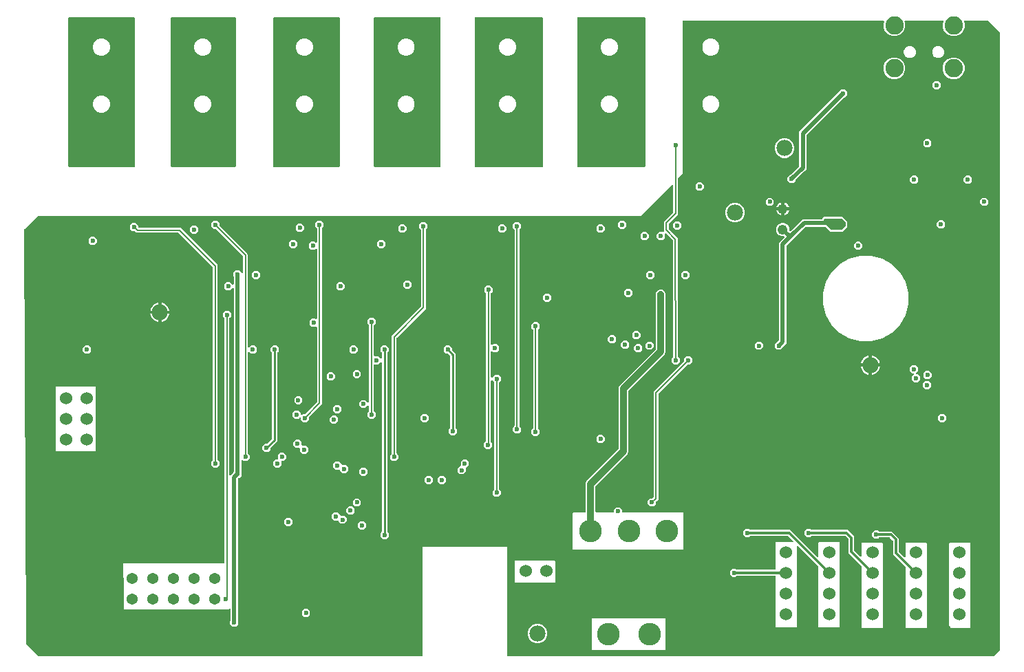
<source format=gbr>
G04 EAGLE Gerber RS-274X export*
G75*
%MOMM*%
%FSLAX34Y34*%
%LPD*%
%INCopper Layer 2*%
%IPPOS*%
%AMOC8*
5,1,8,0,0,1.08239X$1,22.5*%
G01*
%ADD10C,1.524000*%
%ADD11C,2.250000*%
%ADD12C,1.981200*%
%ADD13C,1.371600*%
%ADD14C,1.219200*%
%ADD15C,2.781300*%
%ADD16C,0.600000*%
%ADD17C,0.203200*%
%ADD18C,0.254000*%
%ADD19C,0.508000*%
%ADD20C,0.304800*%
%ADD21C,0.812800*%

G36*
X512058Y10993D02*
X512058Y10993D01*
X512116Y10991D01*
X512198Y11013D01*
X512282Y11025D01*
X512335Y11049D01*
X512391Y11063D01*
X512464Y11106D01*
X512541Y11141D01*
X512586Y11179D01*
X512636Y11209D01*
X512694Y11270D01*
X512758Y11325D01*
X512790Y11373D01*
X512830Y11416D01*
X512869Y11491D01*
X512916Y11561D01*
X512933Y11617D01*
X512960Y11669D01*
X512971Y11737D01*
X513001Y11832D01*
X513004Y11932D01*
X513015Y12000D01*
X513015Y144985D01*
X616985Y144985D01*
X616985Y12000D01*
X616993Y11942D01*
X616991Y11884D01*
X617013Y11802D01*
X617025Y11719D01*
X617049Y11665D01*
X617063Y11609D01*
X617106Y11536D01*
X617141Y11459D01*
X617179Y11414D01*
X617209Y11364D01*
X617270Y11306D01*
X617325Y11242D01*
X617373Y11210D01*
X617416Y11170D01*
X617491Y11131D01*
X617561Y11085D01*
X617617Y11067D01*
X617669Y11040D01*
X617737Y11029D01*
X617832Y10999D01*
X617932Y10996D01*
X618000Y10985D01*
X1216000Y10985D01*
X1216087Y10997D01*
X1216174Y11000D01*
X1216227Y11017D01*
X1216282Y11025D01*
X1216361Y11060D01*
X1216445Y11087D01*
X1216484Y11115D01*
X1216541Y11141D01*
X1216654Y11237D01*
X1216718Y11282D01*
X1222718Y17282D01*
X1222770Y17352D01*
X1222830Y17416D01*
X1222856Y17465D01*
X1222889Y17509D01*
X1222920Y17591D01*
X1222960Y17669D01*
X1222968Y17717D01*
X1222990Y17775D01*
X1223002Y17923D01*
X1223015Y18000D01*
X1223015Y778000D01*
X1223003Y778087D01*
X1223000Y778174D01*
X1222983Y778227D01*
X1222975Y778282D01*
X1222940Y778361D01*
X1222913Y778445D01*
X1222885Y778484D01*
X1222859Y778541D01*
X1222763Y778654D01*
X1222718Y778718D01*
X1208718Y792718D01*
X1208648Y792770D01*
X1208584Y792830D01*
X1208535Y792856D01*
X1208491Y792889D01*
X1208409Y792920D01*
X1208331Y792960D01*
X1208284Y792968D01*
X1208225Y792990D01*
X1208077Y793002D01*
X1208000Y793015D01*
X1179923Y793015D01*
X1179809Y792999D01*
X1179695Y792989D01*
X1179669Y792979D01*
X1179642Y792975D01*
X1179537Y792928D01*
X1179430Y792887D01*
X1179408Y792871D01*
X1179382Y792859D01*
X1179295Y792785D01*
X1179203Y792716D01*
X1179187Y792693D01*
X1179165Y792676D01*
X1179102Y792580D01*
X1179033Y792488D01*
X1179023Y792462D01*
X1179008Y792439D01*
X1178973Y792329D01*
X1178933Y792222D01*
X1178930Y792194D01*
X1178922Y792168D01*
X1178919Y792053D01*
X1178910Y791939D01*
X1178915Y791914D01*
X1178915Y791884D01*
X1178982Y791627D01*
X1178985Y791611D01*
X1179601Y790126D01*
X1179601Y784834D01*
X1177576Y779946D01*
X1173834Y776204D01*
X1168946Y774179D01*
X1163654Y774179D01*
X1158766Y776204D01*
X1155024Y779946D01*
X1152999Y784834D01*
X1152999Y790126D01*
X1153615Y791611D01*
X1153643Y791723D01*
X1153678Y791832D01*
X1153679Y791860D01*
X1153686Y791887D01*
X1153682Y792001D01*
X1153685Y792116D01*
X1153678Y792143D01*
X1153677Y792171D01*
X1153642Y792280D01*
X1153613Y792391D01*
X1153599Y792415D01*
X1153591Y792442D01*
X1153527Y792537D01*
X1153468Y792636D01*
X1153448Y792655D01*
X1153433Y792678D01*
X1153345Y792752D01*
X1153261Y792830D01*
X1153236Y792843D01*
X1153215Y792861D01*
X1153110Y792908D01*
X1153008Y792960D01*
X1152983Y792964D01*
X1152955Y792976D01*
X1152692Y793013D01*
X1152677Y793015D01*
X1106923Y793015D01*
X1106809Y792999D01*
X1106695Y792989D01*
X1106669Y792979D01*
X1106642Y792975D01*
X1106537Y792928D01*
X1106430Y792887D01*
X1106408Y792871D01*
X1106382Y792859D01*
X1106295Y792785D01*
X1106203Y792716D01*
X1106187Y792693D01*
X1106165Y792676D01*
X1106102Y792580D01*
X1106033Y792488D01*
X1106023Y792462D01*
X1106008Y792439D01*
X1105973Y792329D01*
X1105933Y792222D01*
X1105930Y792194D01*
X1105922Y792168D01*
X1105919Y792053D01*
X1105910Y791939D01*
X1105915Y791914D01*
X1105915Y791884D01*
X1105982Y791627D01*
X1105985Y791611D01*
X1106601Y790126D01*
X1106601Y784834D01*
X1104576Y779946D01*
X1100834Y776204D01*
X1095946Y774179D01*
X1090654Y774179D01*
X1085766Y776204D01*
X1082024Y779946D01*
X1079999Y784834D01*
X1079999Y790126D01*
X1080615Y791611D01*
X1080643Y791723D01*
X1080678Y791832D01*
X1080679Y791860D01*
X1080686Y791887D01*
X1080682Y792001D01*
X1080685Y792116D01*
X1080678Y792143D01*
X1080677Y792171D01*
X1080642Y792280D01*
X1080613Y792391D01*
X1080599Y792415D01*
X1080591Y792442D01*
X1080527Y792537D01*
X1080468Y792636D01*
X1080448Y792655D01*
X1080433Y792678D01*
X1080345Y792752D01*
X1080261Y792830D01*
X1080236Y792843D01*
X1080215Y792861D01*
X1080110Y792908D01*
X1080008Y792960D01*
X1079983Y792964D01*
X1079955Y792976D01*
X1079692Y793013D01*
X1079677Y793015D01*
X834000Y793015D01*
X833942Y793007D01*
X833884Y793009D01*
X833802Y792987D01*
X833719Y792975D01*
X833665Y792952D01*
X833609Y792937D01*
X833536Y792894D01*
X833459Y792859D01*
X833414Y792821D01*
X833364Y792792D01*
X833306Y792730D01*
X833242Y792676D01*
X833210Y792627D01*
X833170Y792584D01*
X833131Y792509D01*
X833085Y792439D01*
X833067Y792383D01*
X833040Y792331D01*
X833029Y792263D01*
X832999Y792168D01*
X832996Y792068D01*
X832985Y792000D01*
X832985Y604421D01*
X827362Y598798D01*
X827310Y598728D01*
X827250Y598664D01*
X827224Y598615D01*
X827191Y598571D01*
X827160Y598489D01*
X827120Y598411D01*
X827112Y598363D01*
X827090Y598305D01*
X827078Y598157D01*
X827065Y598080D01*
X827065Y554504D01*
X816164Y543603D01*
X816112Y543533D01*
X816052Y543469D01*
X816026Y543420D01*
X815993Y543376D01*
X815962Y543294D01*
X815922Y543216D01*
X815914Y543169D01*
X815892Y543110D01*
X815880Y542963D01*
X815867Y542885D01*
X815867Y537123D01*
X815879Y537036D01*
X815882Y536949D01*
X815899Y536896D01*
X815907Y536841D01*
X815942Y536762D01*
X815969Y536678D01*
X815997Y536639D01*
X816023Y536582D01*
X816119Y536469D01*
X816164Y536405D01*
X826142Y526427D01*
X826143Y526426D01*
X827043Y525527D01*
X827043Y524254D01*
X827064Y379563D01*
X827076Y379477D01*
X827079Y379389D01*
X827096Y379336D01*
X827104Y379282D01*
X827140Y379202D01*
X827167Y379119D01*
X827195Y379079D01*
X827220Y379022D01*
X827316Y378909D01*
X827317Y378908D01*
X827331Y378885D01*
X827339Y378877D01*
X827361Y378845D01*
X829115Y377092D01*
X829115Y372908D01*
X826156Y369949D01*
X821972Y369949D01*
X819013Y372908D01*
X819013Y377092D01*
X820633Y378712D01*
X820686Y378782D01*
X820746Y378846D01*
X820771Y378895D01*
X820804Y378939D01*
X820835Y379021D01*
X820875Y379099D01*
X820883Y379147D01*
X820905Y379205D01*
X820918Y379353D01*
X820931Y379430D01*
X820910Y522565D01*
X820897Y522652D01*
X820894Y522739D01*
X820877Y522792D01*
X820870Y522847D01*
X820834Y522926D01*
X820807Y523009D01*
X820779Y523049D01*
X820753Y523106D01*
X820657Y523219D01*
X820612Y523283D01*
X812784Y531111D01*
X812760Y531129D01*
X812741Y531151D01*
X812647Y531214D01*
X812557Y531282D01*
X812529Y531292D01*
X812505Y531309D01*
X812397Y531343D01*
X812291Y531383D01*
X812262Y531386D01*
X812234Y531395D01*
X812120Y531397D01*
X812008Y531407D01*
X811979Y531401D01*
X811950Y531402D01*
X811840Y531373D01*
X811729Y531351D01*
X811703Y531337D01*
X811675Y531330D01*
X811577Y531272D01*
X811477Y531220D01*
X811455Y531200D01*
X811430Y531185D01*
X811353Y531102D01*
X811271Y531024D01*
X811256Y530999D01*
X811236Y530977D01*
X811184Y530877D01*
X811127Y530779D01*
X811120Y530750D01*
X811106Y530724D01*
X811093Y530647D01*
X811057Y530503D01*
X811059Y530441D01*
X811051Y530393D01*
X811051Y525908D01*
X808092Y522949D01*
X803908Y522949D01*
X800949Y525908D01*
X800949Y530092D01*
X803908Y533051D01*
X808120Y533051D01*
X808137Y533040D01*
X808227Y532972D01*
X808255Y532961D01*
X808279Y532945D01*
X808387Y532911D01*
X808493Y532871D01*
X808522Y532868D01*
X808550Y532859D01*
X808663Y532856D01*
X808776Y532847D01*
X808805Y532853D01*
X808834Y532852D01*
X808944Y532881D01*
X809055Y532903D01*
X809081Y532916D01*
X809109Y532924D01*
X809207Y532982D01*
X809307Y533034D01*
X809329Y533054D01*
X809354Y533069D01*
X809431Y533152D01*
X809513Y533230D01*
X809528Y533255D01*
X809548Y533276D01*
X809600Y533377D01*
X809657Y533475D01*
X809664Y533503D01*
X809678Y533529D01*
X809691Y533607D01*
X809727Y533750D01*
X809725Y533813D01*
X809733Y533861D01*
X809733Y545846D01*
X820634Y556747D01*
X820686Y556817D01*
X820746Y556881D01*
X820772Y556930D01*
X820805Y556974D01*
X820836Y557056D01*
X820876Y557134D01*
X820884Y557181D01*
X820906Y557240D01*
X820918Y557387D01*
X820931Y557465D01*
X820931Y589916D01*
X820927Y589945D01*
X820930Y589974D01*
X820907Y590085D01*
X820891Y590198D01*
X820879Y590224D01*
X820874Y590253D01*
X820822Y590354D01*
X820775Y590457D01*
X820756Y590479D01*
X820743Y590505D01*
X820665Y590587D01*
X820592Y590674D01*
X820567Y590690D01*
X820547Y590711D01*
X820449Y590769D01*
X820355Y590832D01*
X820327Y590840D01*
X820302Y590855D01*
X820192Y590883D01*
X820084Y590917D01*
X820054Y590918D01*
X820026Y590925D01*
X819913Y590922D01*
X819800Y590925D01*
X819771Y590917D01*
X819742Y590916D01*
X819634Y590881D01*
X819525Y590853D01*
X819499Y590838D01*
X819471Y590829D01*
X819408Y590783D01*
X819280Y590708D01*
X819237Y590662D01*
X819198Y590634D01*
X781580Y553015D01*
X40000Y553015D01*
X39913Y553003D01*
X39826Y553000D01*
X39773Y552983D01*
X39719Y552975D01*
X39639Y552940D01*
X39555Y552913D01*
X39516Y552885D01*
X39459Y552859D01*
X39346Y552763D01*
X39282Y552718D01*
X23282Y536718D01*
X23229Y536647D01*
X23167Y536581D01*
X23143Y536533D01*
X23111Y536491D01*
X23079Y536407D01*
X23039Y536327D01*
X23031Y536281D01*
X23010Y536225D01*
X22997Y536073D01*
X22985Y535996D01*
X24985Y25996D01*
X24997Y25911D01*
X25000Y25826D01*
X25017Y25772D01*
X25026Y25715D01*
X25061Y25637D01*
X25087Y25555D01*
X25116Y25515D01*
X25143Y25456D01*
X25237Y25346D01*
X25282Y25282D01*
X39282Y11282D01*
X39352Y11230D01*
X39416Y11170D01*
X39465Y11144D01*
X39509Y11111D01*
X39591Y11080D01*
X39669Y11040D01*
X39717Y11032D01*
X39775Y11010D01*
X39923Y10998D01*
X40000Y10985D01*
X512000Y10985D01*
X512058Y10993D01*
G37*
%LPC*%
G36*
X279060Y47065D02*
X279060Y47065D01*
X276101Y50024D01*
X276101Y54208D01*
X276264Y54371D01*
X276316Y54440D01*
X276376Y54504D01*
X276402Y54554D01*
X276435Y54598D01*
X276466Y54679D01*
X276506Y54757D01*
X276514Y54805D01*
X276536Y54863D01*
X276548Y55011D01*
X276561Y55088D01*
X276561Y68323D01*
X276557Y68352D01*
X276560Y68381D01*
X276537Y68492D01*
X276521Y68604D01*
X276509Y68631D01*
X276504Y68660D01*
X276451Y68761D01*
X276405Y68864D01*
X276386Y68886D01*
X276373Y68912D01*
X276295Y68994D01*
X276222Y69081D01*
X276197Y69097D01*
X276177Y69118D01*
X276079Y69175D01*
X275985Y69238D01*
X275957Y69247D01*
X275932Y69262D01*
X275822Y69290D01*
X275714Y69324D01*
X275684Y69325D01*
X275656Y69332D01*
X275543Y69328D01*
X275430Y69331D01*
X275401Y69324D01*
X275372Y69323D01*
X275264Y69288D01*
X275155Y69260D01*
X275129Y69245D01*
X275101Y69236D01*
X275037Y69190D01*
X274910Y69114D01*
X274867Y69069D01*
X274828Y69041D01*
X274267Y68479D01*
X145909Y68479D01*
X145611Y68777D01*
X145611Y91306D01*
X145608Y91331D01*
X145610Y91351D01*
X144178Y123586D01*
X144166Y123650D01*
X144164Y123715D01*
X144151Y123754D01*
X144151Y124166D01*
X144147Y124191D01*
X144150Y124211D01*
X144141Y124401D01*
X144276Y124536D01*
X144291Y124556D01*
X144307Y124568D01*
X144435Y124709D01*
X144626Y124709D01*
X144650Y124712D01*
X144671Y124710D01*
X145064Y124727D01*
X145071Y124725D01*
X145180Y124721D01*
X145252Y124709D01*
X267918Y124709D01*
X267976Y124717D01*
X268034Y124715D01*
X268116Y124737D01*
X268200Y124749D01*
X268253Y124772D01*
X268309Y124787D01*
X268382Y124830D01*
X268459Y124865D01*
X268504Y124903D01*
X268554Y124932D01*
X268612Y124994D01*
X268676Y125048D01*
X268708Y125097D01*
X268748Y125140D01*
X268787Y125215D01*
X268834Y125285D01*
X268851Y125341D01*
X268878Y125393D01*
X268889Y125461D01*
X268919Y125556D01*
X268922Y125656D01*
X268933Y125724D01*
X268933Y426503D01*
X268921Y426590D01*
X268918Y426677D01*
X268901Y426730D01*
X268893Y426785D01*
X268858Y426865D01*
X268831Y426948D01*
X268803Y426987D01*
X268777Y427044D01*
X268681Y427158D01*
X268636Y427221D01*
X266949Y428908D01*
X266949Y433092D01*
X269908Y436051D01*
X274092Y436051D01*
X277051Y433092D01*
X277051Y428908D01*
X275364Y427221D01*
X275312Y427152D01*
X275252Y427088D01*
X275226Y427038D01*
X275193Y426994D01*
X275162Y426912D01*
X275122Y426834D01*
X275114Y426787D01*
X275092Y426728D01*
X275080Y426581D01*
X275067Y426503D01*
X275067Y233858D01*
X275071Y233829D01*
X275068Y233800D01*
X275091Y233689D01*
X275107Y233577D01*
X275119Y233550D01*
X275124Y233521D01*
X275177Y233420D01*
X275223Y233317D01*
X275242Y233295D01*
X275255Y233269D01*
X275333Y233187D01*
X275406Y233100D01*
X275431Y233084D01*
X275451Y233063D01*
X275549Y233005D01*
X275643Y232943D01*
X275671Y232934D01*
X275696Y232919D01*
X275806Y232891D01*
X275914Y232857D01*
X275944Y232856D01*
X275972Y232849D01*
X276085Y232852D01*
X276198Y232849D01*
X276227Y232857D01*
X276256Y232858D01*
X276364Y232893D01*
X276473Y232921D01*
X276499Y232936D01*
X276527Y232945D01*
X276590Y232991D01*
X276718Y233067D01*
X276761Y233112D01*
X276800Y233140D01*
X279548Y235888D01*
X279804Y236144D01*
X279856Y236214D01*
X279916Y236278D01*
X279942Y236327D01*
X279975Y236371D01*
X280006Y236453D01*
X280046Y236531D01*
X280054Y236579D01*
X280076Y236637D01*
X280088Y236785D01*
X280101Y236862D01*
X280101Y237092D01*
X280264Y237255D01*
X280316Y237324D01*
X280376Y237388D01*
X280402Y237438D01*
X280435Y237482D01*
X280466Y237564D01*
X280506Y237642D01*
X280514Y237689D01*
X280536Y237748D01*
X280548Y237895D01*
X280561Y237973D01*
X280561Y462967D01*
X280557Y462997D01*
X280560Y463026D01*
X280537Y463137D01*
X280521Y463249D01*
X280509Y463276D01*
X280504Y463304D01*
X280451Y463405D01*
X280405Y463508D01*
X280386Y463531D01*
X280373Y463557D01*
X280295Y463639D01*
X280222Y463725D01*
X280197Y463742D01*
X280177Y463763D01*
X280079Y463820D01*
X279985Y463883D01*
X279957Y463892D01*
X279932Y463907D01*
X279822Y463934D01*
X279714Y463969D01*
X279684Y463969D01*
X279656Y463977D01*
X279543Y463973D01*
X279430Y463976D01*
X279401Y463969D01*
X279372Y463968D01*
X279264Y463933D01*
X279155Y463904D01*
X279129Y463889D01*
X279101Y463880D01*
X279038Y463835D01*
X278910Y463759D01*
X278867Y463713D01*
X278828Y463685D01*
X276092Y460949D01*
X271908Y460949D01*
X268949Y463908D01*
X268949Y468092D01*
X271908Y471051D01*
X276092Y471051D01*
X278828Y468315D01*
X278852Y468297D01*
X278871Y468275D01*
X278965Y468212D01*
X279055Y468144D01*
X279083Y468133D01*
X279107Y468117D01*
X279215Y468083D01*
X279321Y468043D01*
X279350Y468040D01*
X279378Y468031D01*
X279492Y468028D01*
X279604Y468019D01*
X279633Y468025D01*
X279662Y468024D01*
X279772Y468053D01*
X279883Y468075D01*
X279909Y468088D01*
X279937Y468096D01*
X280035Y468154D01*
X280135Y468206D01*
X280157Y468226D01*
X280182Y468241D01*
X280259Y468324D01*
X280341Y468402D01*
X280356Y468427D01*
X280376Y468448D01*
X280428Y468549D01*
X280485Y468647D01*
X280492Y468675D01*
X280506Y468701D01*
X280519Y468779D01*
X280555Y468922D01*
X280553Y468985D01*
X280561Y469033D01*
X280561Y477875D01*
X280549Y477962D01*
X280546Y478049D01*
X280529Y478102D01*
X280521Y478157D01*
X280486Y478237D01*
X280459Y478320D01*
X280431Y478359D01*
X280405Y478416D01*
X280309Y478530D01*
X280264Y478593D01*
X279949Y478908D01*
X279949Y483092D01*
X282908Y486051D01*
X287092Y486051D01*
X290266Y482877D01*
X290290Y482859D01*
X290309Y482837D01*
X290403Y482774D01*
X290493Y482706D01*
X290521Y482695D01*
X290545Y482679D01*
X290653Y482645D01*
X290759Y482605D01*
X290788Y482602D01*
X290816Y482593D01*
X290930Y482590D01*
X291042Y482581D01*
X291071Y482587D01*
X291100Y482586D01*
X291210Y482615D01*
X291321Y482637D01*
X291347Y482650D01*
X291375Y482658D01*
X291473Y482716D01*
X291573Y482768D01*
X291595Y482788D01*
X291620Y482803D01*
X291697Y482886D01*
X291779Y482964D01*
X291794Y482989D01*
X291814Y483010D01*
X291866Y483111D01*
X291923Y483209D01*
X291930Y483237D01*
X291944Y483263D01*
X291957Y483341D01*
X291993Y483484D01*
X291991Y483547D01*
X291999Y483595D01*
X291999Y502510D01*
X291988Y502591D01*
X291986Y502674D01*
X291968Y502732D01*
X291959Y502791D01*
X291926Y502867D01*
X291901Y502945D01*
X291871Y502988D01*
X291843Y503051D01*
X291754Y503156D01*
X291709Y503220D01*
X258954Y536645D01*
X258881Y536701D01*
X258813Y536764D01*
X258769Y536787D01*
X258729Y536818D01*
X258643Y536852D01*
X258560Y536894D01*
X258517Y536901D01*
X258464Y536922D01*
X258305Y536937D01*
X258229Y536949D01*
X255908Y536949D01*
X252949Y539908D01*
X252949Y544092D01*
X255908Y547051D01*
X260092Y547051D01*
X263051Y544092D01*
X263051Y541642D01*
X263062Y541561D01*
X263064Y541478D01*
X263082Y541420D01*
X263091Y541361D01*
X263124Y541285D01*
X263149Y541207D01*
X263179Y541164D01*
X263207Y541101D01*
X263296Y540996D01*
X263341Y540932D01*
X297242Y506337D01*
X297247Y506334D01*
X297250Y506330D01*
X298146Y505434D01*
X298133Y504166D01*
X298134Y504160D01*
X298133Y504155D01*
X298133Y391727D01*
X298137Y391697D01*
X298134Y391668D01*
X298157Y391557D01*
X298173Y391445D01*
X298185Y391418D01*
X298190Y391390D01*
X298243Y391289D01*
X298289Y391186D01*
X298308Y391163D01*
X298321Y391137D01*
X298399Y391055D01*
X298472Y390969D01*
X298497Y390952D01*
X298517Y390931D01*
X298615Y390874D01*
X298709Y390811D01*
X298737Y390802D01*
X298762Y390787D01*
X298872Y390760D01*
X298980Y390725D01*
X299010Y390725D01*
X299038Y390717D01*
X299151Y390721D01*
X299264Y390718D01*
X299293Y390725D01*
X299322Y390726D01*
X299430Y390761D01*
X299539Y390790D01*
X299565Y390805D01*
X299593Y390814D01*
X299656Y390859D01*
X299784Y390935D01*
X299827Y390981D01*
X299866Y391009D01*
X301908Y393051D01*
X306092Y393051D01*
X309051Y390092D01*
X309051Y385908D01*
X306092Y382949D01*
X301908Y382949D01*
X299866Y384991D01*
X299842Y385009D01*
X299823Y385031D01*
X299729Y385094D01*
X299639Y385162D01*
X299611Y385173D01*
X299587Y385189D01*
X299479Y385223D01*
X299373Y385263D01*
X299344Y385266D01*
X299316Y385275D01*
X299202Y385278D01*
X299090Y385287D01*
X299061Y385281D01*
X299032Y385282D01*
X298922Y385253D01*
X298811Y385231D01*
X298785Y385218D01*
X298757Y385210D01*
X298659Y385152D01*
X298559Y385100D01*
X298537Y385080D01*
X298512Y385065D01*
X298435Y384982D01*
X298353Y384904D01*
X298338Y384879D01*
X298318Y384858D01*
X298266Y384757D01*
X298209Y384659D01*
X298202Y384631D01*
X298188Y384605D01*
X298175Y384527D01*
X298139Y384384D01*
X298141Y384321D01*
X298133Y384273D01*
X298133Y260431D01*
X298145Y260344D01*
X298148Y260257D01*
X298165Y260204D01*
X298173Y260149D01*
X298208Y260069D01*
X298235Y259986D01*
X298263Y259947D01*
X298289Y259890D01*
X298385Y259776D01*
X298430Y259713D01*
X300051Y258092D01*
X300051Y253908D01*
X297092Y250949D01*
X292908Y250949D01*
X291476Y252381D01*
X291452Y252399D01*
X291433Y252421D01*
X291339Y252484D01*
X291249Y252552D01*
X291221Y252563D01*
X291197Y252579D01*
X291089Y252613D01*
X290983Y252653D01*
X290954Y252656D01*
X290926Y252665D01*
X290812Y252668D01*
X290700Y252677D01*
X290671Y252671D01*
X290642Y252672D01*
X290532Y252643D01*
X290421Y252621D01*
X290395Y252608D01*
X290367Y252600D01*
X290269Y252543D01*
X290169Y252490D01*
X290147Y252470D01*
X290122Y252455D01*
X290045Y252372D01*
X289963Y252294D01*
X289948Y252269D01*
X289928Y252248D01*
X289876Y252147D01*
X289819Y252049D01*
X289812Y252021D01*
X289798Y251995D01*
X289785Y251917D01*
X289749Y251774D01*
X289751Y251711D01*
X289743Y251663D01*
X289743Y237973D01*
X289755Y237886D01*
X289758Y237799D01*
X289775Y237746D01*
X289783Y237691D01*
X289818Y237611D01*
X289845Y237528D01*
X289873Y237489D01*
X289899Y237432D01*
X289995Y237318D01*
X290040Y237255D01*
X290203Y237092D01*
X290203Y232908D01*
X287244Y229949D01*
X287014Y229949D01*
X286928Y229937D01*
X286840Y229934D01*
X286787Y229917D01*
X286733Y229909D01*
X286653Y229874D01*
X286569Y229847D01*
X286530Y229819D01*
X286473Y229793D01*
X286360Y229697D01*
X286296Y229652D01*
X286040Y229396D01*
X285987Y229326D01*
X285928Y229262D01*
X285902Y229213D01*
X285869Y229169D01*
X285838Y229087D01*
X285798Y229009D01*
X285790Y228961D01*
X285768Y228903D01*
X285756Y228755D01*
X285743Y228678D01*
X285743Y168973D01*
X285755Y168886D01*
X285758Y168799D01*
X285775Y168746D01*
X285783Y168691D01*
X285818Y168611D01*
X285845Y168528D01*
X285873Y168489D01*
X285899Y168432D01*
X285995Y168318D01*
X286040Y168255D01*
X286203Y168092D01*
X286203Y163908D01*
X286040Y163745D01*
X285988Y163676D01*
X285928Y163612D01*
X285902Y163562D01*
X285869Y163518D01*
X285838Y163436D01*
X285798Y163358D01*
X285790Y163311D01*
X285768Y163252D01*
X285756Y163105D01*
X285743Y163027D01*
X285743Y55088D01*
X285755Y55002D01*
X285758Y54914D01*
X285775Y54862D01*
X285783Y54807D01*
X285818Y54727D01*
X285845Y54644D01*
X285873Y54605D01*
X285899Y54548D01*
X285995Y54434D01*
X286040Y54371D01*
X286203Y54208D01*
X286203Y50024D01*
X283244Y47065D01*
X279060Y47065D01*
G37*
%LPD*%
G36*
X786058Y612993D02*
X786058Y612993D01*
X786116Y612991D01*
X786198Y613013D01*
X786282Y613025D01*
X786335Y613049D01*
X786391Y613063D01*
X786464Y613106D01*
X786541Y613141D01*
X786586Y613179D01*
X786636Y613209D01*
X786694Y613270D01*
X786758Y613325D01*
X786790Y613373D01*
X786830Y613416D01*
X786869Y613491D01*
X786916Y613561D01*
X786933Y613617D01*
X786960Y613669D01*
X786971Y613737D01*
X787001Y613832D01*
X787004Y613932D01*
X787015Y614000D01*
X787015Y796000D01*
X787007Y796058D01*
X787009Y796116D01*
X786987Y796198D01*
X786975Y796282D01*
X786952Y796335D01*
X786937Y796391D01*
X786894Y796464D01*
X786859Y796541D01*
X786821Y796586D01*
X786792Y796636D01*
X786730Y796694D01*
X786676Y796758D01*
X786627Y796790D01*
X786584Y796830D01*
X786509Y796869D01*
X786439Y796916D01*
X786383Y796933D01*
X786331Y796960D01*
X786263Y796971D01*
X786168Y797001D01*
X786068Y797004D01*
X786000Y797015D01*
X704000Y797015D01*
X703942Y797007D01*
X703884Y797009D01*
X703802Y796987D01*
X703719Y796975D01*
X703665Y796952D01*
X703609Y796937D01*
X703536Y796894D01*
X703459Y796859D01*
X703414Y796821D01*
X703364Y796792D01*
X703306Y796730D01*
X703242Y796676D01*
X703210Y796627D01*
X703170Y796584D01*
X703131Y796509D01*
X703085Y796439D01*
X703067Y796383D01*
X703040Y796331D01*
X703029Y796263D01*
X702999Y796168D01*
X702996Y796068D01*
X702985Y796000D01*
X702985Y614000D01*
X702993Y613942D01*
X702991Y613884D01*
X703013Y613802D01*
X703025Y613719D01*
X703049Y613665D01*
X703063Y613609D01*
X703106Y613536D01*
X703141Y613459D01*
X703179Y613414D01*
X703209Y613364D01*
X703270Y613306D01*
X703325Y613242D01*
X703373Y613210D01*
X703416Y613170D01*
X703491Y613131D01*
X703561Y613085D01*
X703617Y613067D01*
X703669Y613040D01*
X703737Y613029D01*
X703832Y612999D01*
X703932Y612996D01*
X704000Y612985D01*
X786000Y612985D01*
X786058Y612993D01*
G37*
G36*
X660058Y612993D02*
X660058Y612993D01*
X660116Y612991D01*
X660198Y613013D01*
X660282Y613025D01*
X660335Y613049D01*
X660391Y613063D01*
X660464Y613106D01*
X660541Y613141D01*
X660586Y613179D01*
X660636Y613209D01*
X660694Y613270D01*
X660758Y613325D01*
X660790Y613373D01*
X660830Y613416D01*
X660869Y613491D01*
X660916Y613561D01*
X660933Y613617D01*
X660960Y613669D01*
X660971Y613737D01*
X661001Y613832D01*
X661004Y613932D01*
X661015Y614000D01*
X661015Y796000D01*
X661007Y796058D01*
X661009Y796116D01*
X660987Y796198D01*
X660975Y796282D01*
X660952Y796335D01*
X660937Y796391D01*
X660894Y796464D01*
X660859Y796541D01*
X660821Y796586D01*
X660792Y796636D01*
X660730Y796694D01*
X660676Y796758D01*
X660627Y796790D01*
X660584Y796830D01*
X660509Y796869D01*
X660439Y796916D01*
X660383Y796933D01*
X660331Y796960D01*
X660263Y796971D01*
X660168Y797001D01*
X660068Y797004D01*
X660000Y797015D01*
X578000Y797015D01*
X577942Y797007D01*
X577884Y797009D01*
X577802Y796987D01*
X577719Y796975D01*
X577665Y796952D01*
X577609Y796937D01*
X577536Y796894D01*
X577459Y796859D01*
X577414Y796821D01*
X577364Y796792D01*
X577306Y796730D01*
X577242Y796676D01*
X577210Y796627D01*
X577170Y796584D01*
X577131Y796509D01*
X577085Y796439D01*
X577067Y796383D01*
X577040Y796331D01*
X577029Y796263D01*
X576999Y796168D01*
X576996Y796068D01*
X576985Y796000D01*
X576985Y614000D01*
X576993Y613942D01*
X576991Y613884D01*
X577013Y613802D01*
X577025Y613719D01*
X577049Y613665D01*
X577063Y613609D01*
X577106Y613536D01*
X577141Y613459D01*
X577179Y613414D01*
X577209Y613364D01*
X577270Y613306D01*
X577325Y613242D01*
X577373Y613210D01*
X577416Y613170D01*
X577491Y613131D01*
X577561Y613085D01*
X577617Y613067D01*
X577669Y613040D01*
X577737Y613029D01*
X577832Y612999D01*
X577932Y612996D01*
X578000Y612985D01*
X660000Y612985D01*
X660058Y612993D01*
G37*
G36*
X158058Y612993D02*
X158058Y612993D01*
X158116Y612991D01*
X158198Y613013D01*
X158282Y613025D01*
X158335Y613049D01*
X158391Y613063D01*
X158464Y613106D01*
X158541Y613141D01*
X158586Y613179D01*
X158636Y613209D01*
X158694Y613270D01*
X158758Y613325D01*
X158790Y613373D01*
X158830Y613416D01*
X158869Y613491D01*
X158916Y613561D01*
X158933Y613617D01*
X158960Y613669D01*
X158971Y613737D01*
X159001Y613832D01*
X159004Y613932D01*
X159015Y614000D01*
X159015Y796000D01*
X159007Y796058D01*
X159009Y796116D01*
X158987Y796198D01*
X158975Y796282D01*
X158952Y796335D01*
X158937Y796391D01*
X158894Y796464D01*
X158859Y796541D01*
X158821Y796586D01*
X158792Y796636D01*
X158730Y796694D01*
X158676Y796758D01*
X158627Y796790D01*
X158584Y796830D01*
X158509Y796869D01*
X158439Y796916D01*
X158383Y796933D01*
X158331Y796960D01*
X158263Y796971D01*
X158168Y797001D01*
X158068Y797004D01*
X158000Y797015D01*
X78000Y797015D01*
X77942Y797007D01*
X77884Y797009D01*
X77802Y796987D01*
X77719Y796975D01*
X77665Y796952D01*
X77609Y796937D01*
X77536Y796894D01*
X77459Y796859D01*
X77414Y796821D01*
X77364Y796792D01*
X77306Y796730D01*
X77242Y796676D01*
X77210Y796627D01*
X77170Y796584D01*
X77131Y796509D01*
X77085Y796439D01*
X77067Y796383D01*
X77040Y796331D01*
X77029Y796263D01*
X76999Y796168D01*
X76996Y796068D01*
X76985Y796000D01*
X76985Y614000D01*
X76993Y613942D01*
X76991Y613884D01*
X77013Y613802D01*
X77025Y613719D01*
X77049Y613665D01*
X77063Y613609D01*
X77106Y613536D01*
X77141Y613459D01*
X77179Y613414D01*
X77209Y613364D01*
X77270Y613306D01*
X77325Y613242D01*
X77373Y613210D01*
X77416Y613170D01*
X77491Y613131D01*
X77561Y613085D01*
X77617Y613067D01*
X77669Y613040D01*
X77737Y613029D01*
X77832Y612999D01*
X77932Y612996D01*
X78000Y612985D01*
X158000Y612985D01*
X158058Y612993D01*
G37*
G36*
X410058Y612993D02*
X410058Y612993D01*
X410116Y612991D01*
X410198Y613013D01*
X410282Y613025D01*
X410335Y613049D01*
X410391Y613063D01*
X410464Y613106D01*
X410541Y613141D01*
X410586Y613179D01*
X410636Y613209D01*
X410694Y613270D01*
X410758Y613325D01*
X410790Y613373D01*
X410830Y613416D01*
X410869Y613491D01*
X410916Y613561D01*
X410933Y613617D01*
X410960Y613669D01*
X410971Y613737D01*
X411001Y613832D01*
X411004Y613932D01*
X411015Y614000D01*
X411015Y796000D01*
X411007Y796058D01*
X411009Y796116D01*
X410987Y796198D01*
X410975Y796282D01*
X410952Y796335D01*
X410937Y796391D01*
X410894Y796464D01*
X410859Y796541D01*
X410821Y796586D01*
X410792Y796636D01*
X410730Y796694D01*
X410676Y796758D01*
X410627Y796790D01*
X410584Y796830D01*
X410509Y796869D01*
X410439Y796916D01*
X410383Y796933D01*
X410331Y796960D01*
X410263Y796971D01*
X410168Y797001D01*
X410068Y797004D01*
X410000Y797015D01*
X330000Y797015D01*
X329942Y797007D01*
X329884Y797009D01*
X329802Y796987D01*
X329719Y796975D01*
X329665Y796952D01*
X329609Y796937D01*
X329536Y796894D01*
X329459Y796859D01*
X329414Y796821D01*
X329364Y796792D01*
X329306Y796730D01*
X329242Y796676D01*
X329210Y796627D01*
X329170Y796584D01*
X329131Y796509D01*
X329085Y796439D01*
X329067Y796383D01*
X329040Y796331D01*
X329029Y796263D01*
X328999Y796168D01*
X328996Y796068D01*
X328985Y796000D01*
X328985Y614000D01*
X328993Y613942D01*
X328991Y613884D01*
X329013Y613802D01*
X329025Y613719D01*
X329049Y613665D01*
X329063Y613609D01*
X329106Y613536D01*
X329141Y613459D01*
X329179Y613414D01*
X329209Y613364D01*
X329270Y613306D01*
X329325Y613242D01*
X329373Y613210D01*
X329416Y613170D01*
X329491Y613131D01*
X329561Y613085D01*
X329617Y613067D01*
X329669Y613040D01*
X329737Y613029D01*
X329832Y612999D01*
X329932Y612996D01*
X330000Y612985D01*
X410000Y612985D01*
X410058Y612993D01*
G37*
G36*
X534058Y612993D02*
X534058Y612993D01*
X534116Y612991D01*
X534198Y613013D01*
X534282Y613025D01*
X534335Y613049D01*
X534391Y613063D01*
X534464Y613106D01*
X534541Y613141D01*
X534586Y613179D01*
X534636Y613209D01*
X534694Y613270D01*
X534758Y613325D01*
X534790Y613373D01*
X534830Y613416D01*
X534869Y613491D01*
X534916Y613561D01*
X534933Y613617D01*
X534960Y613669D01*
X534971Y613737D01*
X535001Y613832D01*
X535004Y613932D01*
X535015Y614000D01*
X535015Y796000D01*
X535007Y796058D01*
X535009Y796116D01*
X534987Y796198D01*
X534975Y796282D01*
X534952Y796335D01*
X534937Y796391D01*
X534894Y796464D01*
X534859Y796541D01*
X534821Y796586D01*
X534792Y796636D01*
X534730Y796694D01*
X534676Y796758D01*
X534627Y796790D01*
X534584Y796830D01*
X534509Y796869D01*
X534439Y796916D01*
X534383Y796933D01*
X534331Y796960D01*
X534263Y796971D01*
X534168Y797001D01*
X534068Y797004D01*
X534000Y797015D01*
X454000Y797015D01*
X453942Y797007D01*
X453884Y797009D01*
X453802Y796987D01*
X453719Y796975D01*
X453665Y796952D01*
X453609Y796937D01*
X453536Y796894D01*
X453459Y796859D01*
X453414Y796821D01*
X453364Y796792D01*
X453306Y796730D01*
X453242Y796676D01*
X453210Y796627D01*
X453170Y796584D01*
X453131Y796509D01*
X453085Y796439D01*
X453067Y796383D01*
X453040Y796331D01*
X453029Y796263D01*
X452999Y796168D01*
X452996Y796068D01*
X452985Y796000D01*
X452985Y614000D01*
X452993Y613942D01*
X452991Y613884D01*
X453013Y613802D01*
X453025Y613719D01*
X453049Y613665D01*
X453063Y613609D01*
X453106Y613536D01*
X453141Y613459D01*
X453179Y613414D01*
X453209Y613364D01*
X453270Y613306D01*
X453325Y613242D01*
X453373Y613210D01*
X453416Y613170D01*
X453491Y613131D01*
X453561Y613085D01*
X453617Y613067D01*
X453669Y613040D01*
X453737Y613029D01*
X453832Y612999D01*
X453932Y612996D01*
X454000Y612985D01*
X534000Y612985D01*
X534058Y612993D01*
G37*
G36*
X282058Y612993D02*
X282058Y612993D01*
X282116Y612991D01*
X282198Y613013D01*
X282282Y613025D01*
X282335Y613049D01*
X282391Y613063D01*
X282464Y613106D01*
X282541Y613141D01*
X282586Y613179D01*
X282636Y613209D01*
X282694Y613270D01*
X282758Y613325D01*
X282790Y613373D01*
X282830Y613416D01*
X282869Y613491D01*
X282916Y613561D01*
X282933Y613617D01*
X282960Y613669D01*
X282971Y613737D01*
X283001Y613832D01*
X283004Y613932D01*
X283015Y614000D01*
X283015Y796000D01*
X283007Y796058D01*
X283009Y796116D01*
X282987Y796198D01*
X282975Y796282D01*
X282952Y796335D01*
X282937Y796391D01*
X282894Y796464D01*
X282859Y796541D01*
X282821Y796586D01*
X282792Y796636D01*
X282730Y796694D01*
X282676Y796758D01*
X282627Y796790D01*
X282584Y796830D01*
X282509Y796869D01*
X282439Y796916D01*
X282383Y796933D01*
X282331Y796960D01*
X282263Y796971D01*
X282168Y797001D01*
X282068Y797004D01*
X282000Y797015D01*
X204000Y797015D01*
X203942Y797007D01*
X203884Y797009D01*
X203802Y796987D01*
X203719Y796975D01*
X203665Y796952D01*
X203609Y796937D01*
X203536Y796894D01*
X203459Y796859D01*
X203414Y796821D01*
X203364Y796792D01*
X203306Y796730D01*
X203242Y796676D01*
X203210Y796627D01*
X203170Y796584D01*
X203131Y796509D01*
X203085Y796439D01*
X203067Y796383D01*
X203040Y796331D01*
X203029Y796263D01*
X202999Y796168D01*
X202996Y796068D01*
X202985Y796000D01*
X202985Y614000D01*
X202993Y613942D01*
X202991Y613884D01*
X203013Y613802D01*
X203025Y613719D01*
X203049Y613665D01*
X203063Y613609D01*
X203106Y613536D01*
X203141Y613459D01*
X203179Y613414D01*
X203209Y613364D01*
X203270Y613306D01*
X203325Y613242D01*
X203373Y613210D01*
X203416Y613170D01*
X203491Y613131D01*
X203561Y613085D01*
X203617Y613067D01*
X203669Y613040D01*
X203737Y613029D01*
X203832Y612999D01*
X203932Y612996D01*
X204000Y612985D01*
X282000Y612985D01*
X282058Y612993D01*
G37*
%LPC*%
G36*
X698068Y142197D02*
X698068Y142197D01*
X697621Y142644D01*
X697621Y187212D01*
X698068Y187659D01*
X712480Y187659D01*
X712538Y187667D01*
X712596Y187665D01*
X712678Y187687D01*
X712762Y187699D01*
X712815Y187722D01*
X712871Y187737D01*
X712944Y187780D01*
X713021Y187815D01*
X713066Y187853D01*
X713116Y187882D01*
X713174Y187944D01*
X713238Y187998D01*
X713270Y188047D01*
X713310Y188090D01*
X713349Y188165D01*
X713396Y188235D01*
X713413Y188291D01*
X713440Y188343D01*
X713451Y188411D01*
X713481Y188506D01*
X713484Y188606D01*
X713495Y188674D01*
X713495Y223937D01*
X714426Y226185D01*
X753588Y265346D01*
X753640Y265416D01*
X753700Y265480D01*
X753726Y265529D01*
X753759Y265573D01*
X753790Y265655D01*
X753830Y265733D01*
X753838Y265781D01*
X753860Y265839D01*
X753872Y265987D01*
X753885Y266064D01*
X753885Y341216D01*
X754816Y343464D01*
X799524Y388171D01*
X799576Y388241D01*
X799636Y388305D01*
X799662Y388355D01*
X799695Y388399D01*
X799726Y388480D01*
X799766Y388558D01*
X799774Y388606D01*
X799796Y388664D01*
X799808Y388812D01*
X799821Y388889D01*
X799821Y457152D01*
X800752Y459400D01*
X802472Y461120D01*
X804720Y462051D01*
X807152Y462051D01*
X809400Y461120D01*
X811120Y459400D01*
X812051Y457152D01*
X812051Y384720D01*
X811120Y382472D01*
X766412Y337765D01*
X766360Y337695D01*
X766300Y337631D01*
X766274Y337581D01*
X766241Y337537D01*
X766210Y337456D01*
X766170Y337378D01*
X766162Y337330D01*
X766140Y337272D01*
X766128Y337124D01*
X766115Y337047D01*
X766115Y261895D01*
X765184Y259647D01*
X726022Y220485D01*
X725970Y220416D01*
X725910Y220352D01*
X725884Y220302D01*
X725851Y220258D01*
X725820Y220176D01*
X725780Y220099D01*
X725772Y220051D01*
X725750Y219992D01*
X725738Y219845D01*
X725725Y219767D01*
X725725Y188674D01*
X725733Y188616D01*
X725731Y188558D01*
X725753Y188476D01*
X725765Y188392D01*
X725788Y188339D01*
X725803Y188283D01*
X725846Y188210D01*
X725881Y188133D01*
X725919Y188088D01*
X725948Y188038D01*
X726010Y187980D01*
X726064Y187916D01*
X726113Y187884D01*
X726156Y187844D01*
X726231Y187805D01*
X726301Y187758D01*
X726357Y187741D01*
X726409Y187714D01*
X726477Y187703D01*
X726572Y187673D01*
X726672Y187670D01*
X726740Y187659D01*
X746934Y187659D01*
X746992Y187667D01*
X747050Y187665D01*
X747132Y187687D01*
X747216Y187699D01*
X747269Y187722D01*
X747325Y187737D01*
X747398Y187780D01*
X747475Y187815D01*
X747520Y187853D01*
X747570Y187882D01*
X747628Y187944D01*
X747692Y187998D01*
X747724Y188047D01*
X747764Y188090D01*
X747803Y188165D01*
X747850Y188235D01*
X747867Y188291D01*
X747894Y188343D01*
X747905Y188411D01*
X747935Y188506D01*
X747938Y188606D01*
X747949Y188674D01*
X747949Y191092D01*
X750908Y194051D01*
X755092Y194051D01*
X758051Y191092D01*
X758051Y188674D01*
X758059Y188616D01*
X758057Y188558D01*
X758079Y188476D01*
X758091Y188392D01*
X758114Y188339D01*
X758129Y188283D01*
X758172Y188210D01*
X758207Y188133D01*
X758245Y188088D01*
X758274Y188038D01*
X758336Y187980D01*
X758390Y187916D01*
X758439Y187884D01*
X758482Y187844D01*
X758557Y187805D01*
X758627Y187758D01*
X758683Y187741D01*
X758735Y187714D01*
X758803Y187703D01*
X758898Y187673D01*
X758998Y187670D01*
X759066Y187659D01*
X833596Y187659D01*
X834043Y187212D01*
X834043Y142644D01*
X833596Y142197D01*
X698068Y142197D01*
G37*
%LPD*%
%LPC*%
G36*
X1051088Y398499D02*
X1051088Y398499D01*
X1037735Y402077D01*
X1025764Y408989D01*
X1015989Y418764D01*
X1009077Y430735D01*
X1005499Y444088D01*
X1005499Y457912D01*
X1009077Y471265D01*
X1015989Y483236D01*
X1025764Y493011D01*
X1037735Y499923D01*
X1051088Y503501D01*
X1064912Y503501D01*
X1078265Y499923D01*
X1090236Y493011D01*
X1100011Y483236D01*
X1106923Y471265D01*
X1110501Y457912D01*
X1110501Y444088D01*
X1106923Y430735D01*
X1100011Y418764D01*
X1090236Y408989D01*
X1078265Y402077D01*
X1064912Y398499D01*
X1051088Y398499D01*
G37*
%LPD*%
%LPC*%
G36*
X947496Y45997D02*
X947496Y45997D01*
X947049Y46444D01*
X947049Y109012D01*
X947041Y109070D01*
X947043Y109128D01*
X947021Y109210D01*
X947009Y109294D01*
X946986Y109347D01*
X946971Y109403D01*
X946928Y109476D01*
X946893Y109553D01*
X946855Y109598D01*
X946826Y109648D01*
X946764Y109706D01*
X946710Y109770D01*
X946661Y109802D01*
X946618Y109842D01*
X946543Y109881D01*
X946473Y109928D01*
X946417Y109945D01*
X946365Y109972D01*
X946297Y109983D01*
X946202Y110013D01*
X946102Y110016D01*
X946034Y110027D01*
X900023Y110027D01*
X899936Y110015D01*
X899849Y110012D01*
X899796Y109995D01*
X899741Y109987D01*
X899661Y109952D01*
X899578Y109925D01*
X899539Y109897D01*
X899482Y109871D01*
X899368Y109775D01*
X899305Y109730D01*
X898100Y108525D01*
X893916Y108525D01*
X890957Y111484D01*
X890957Y115668D01*
X893916Y118627D01*
X898100Y118627D01*
X899253Y117474D01*
X899322Y117422D01*
X899386Y117362D01*
X899436Y117336D01*
X899480Y117303D01*
X899562Y117272D01*
X899640Y117232D01*
X899687Y117224D01*
X899746Y117202D01*
X899893Y117190D01*
X899971Y117177D01*
X946034Y117177D01*
X946092Y117185D01*
X946150Y117183D01*
X946232Y117205D01*
X946316Y117217D01*
X946369Y117240D01*
X946425Y117255D01*
X946498Y117298D01*
X946575Y117333D01*
X946620Y117371D01*
X946670Y117400D01*
X946728Y117462D01*
X946792Y117516D01*
X946824Y117565D01*
X946864Y117608D01*
X946903Y117683D01*
X946950Y117753D01*
X946967Y117809D01*
X946994Y117861D01*
X947005Y117929D01*
X947035Y118024D01*
X947038Y118124D01*
X947049Y118192D01*
X947049Y150448D01*
X947496Y150895D01*
X967929Y150895D01*
X967958Y150899D01*
X967987Y150896D01*
X968098Y150919D01*
X968210Y150935D01*
X968237Y150947D01*
X968266Y150952D01*
X968366Y151004D01*
X968470Y151051D01*
X968492Y151070D01*
X968518Y151083D01*
X968600Y151161D01*
X968687Y151234D01*
X968703Y151259D01*
X968724Y151279D01*
X968781Y151377D01*
X968844Y151471D01*
X968853Y151499D01*
X968868Y151524D01*
X968896Y151634D01*
X968930Y151742D01*
X968931Y151772D01*
X968938Y151800D01*
X968934Y151913D01*
X968937Y152026D01*
X968930Y152055D01*
X968929Y152084D01*
X968894Y152192D01*
X968866Y152301D01*
X968851Y152327D01*
X968842Y152355D01*
X968796Y152418D01*
X968720Y152546D01*
X968675Y152589D01*
X968647Y152628D01*
X962587Y158688D01*
X962517Y158740D01*
X962453Y158800D01*
X962404Y158826D01*
X962359Y158859D01*
X962278Y158890D01*
X962200Y158930D01*
X962152Y158938D01*
X962094Y158960D01*
X961946Y158972D01*
X961869Y158985D01*
X916611Y158985D01*
X916524Y158973D01*
X916437Y158970D01*
X916384Y158953D01*
X916329Y158945D01*
X916249Y158910D01*
X916166Y158883D01*
X916127Y158855D01*
X916070Y158829D01*
X915956Y158733D01*
X915893Y158688D01*
X914714Y157509D01*
X910530Y157509D01*
X907571Y160468D01*
X907571Y164652D01*
X910530Y167611D01*
X914714Y167611D01*
X915893Y166432D01*
X915962Y166380D01*
X916026Y166320D01*
X916076Y166294D01*
X916120Y166261D01*
X916202Y166230D01*
X916280Y166190D01*
X916327Y166182D01*
X916386Y166160D01*
X916533Y166148D01*
X916611Y166135D01*
X965251Y166135D01*
X998148Y133237D01*
X998172Y133220D01*
X998191Y133197D01*
X998285Y133134D01*
X998375Y133066D01*
X998403Y133056D01*
X998427Y133040D01*
X998535Y133005D01*
X998641Y132965D01*
X998670Y132963D01*
X998698Y132954D01*
X998812Y132951D01*
X998924Y132942D01*
X998953Y132947D01*
X998982Y132947D01*
X999092Y132975D01*
X999203Y132997D01*
X999229Y133011D01*
X999257Y133018D01*
X999355Y133076D01*
X999455Y133128D01*
X999477Y133149D01*
X999502Y133164D01*
X999579Y133246D01*
X999661Y133324D01*
X999676Y133350D01*
X999696Y133371D01*
X999748Y133472D01*
X999805Y133570D01*
X999812Y133598D01*
X999826Y133624D01*
X999839Y133701D01*
X999875Y133845D01*
X999873Y133908D01*
X999881Y133955D01*
X999881Y150448D01*
X1000328Y150895D01*
X1025620Y150895D01*
X1026067Y150448D01*
X1026067Y46444D01*
X1025620Y45997D01*
X1000328Y45997D01*
X999881Y46444D01*
X999881Y120973D01*
X999869Y121059D01*
X999866Y121147D01*
X999849Y121199D01*
X999841Y121254D01*
X999806Y121334D01*
X999779Y121417D01*
X999751Y121457D01*
X999725Y121514D01*
X999629Y121627D01*
X999584Y121691D01*
X974968Y146307D01*
X974944Y146324D01*
X974925Y146347D01*
X974831Y146410D01*
X974741Y146478D01*
X974713Y146488D01*
X974689Y146504D01*
X974581Y146539D01*
X974475Y146579D01*
X974446Y146581D01*
X974418Y146590D01*
X974304Y146593D01*
X974192Y146602D01*
X974163Y146597D01*
X974134Y146597D01*
X974024Y146569D01*
X973913Y146547D01*
X973887Y146533D01*
X973859Y146526D01*
X973761Y146468D01*
X973661Y146416D01*
X973639Y146395D01*
X973614Y146380D01*
X973537Y146298D01*
X973455Y146220D01*
X973440Y146194D01*
X973420Y146173D01*
X973368Y146072D01*
X973311Y145974D01*
X973304Y145946D01*
X973290Y145920D01*
X973277Y145843D01*
X973241Y145699D01*
X973243Y145636D01*
X973235Y145589D01*
X973235Y46444D01*
X972788Y45997D01*
X947496Y45997D01*
G37*
%LPD*%
%LPC*%
G36*
X61684Y263237D02*
X61684Y263237D01*
X61237Y263684D01*
X61237Y342316D01*
X61684Y342763D01*
X110316Y342763D01*
X110763Y342316D01*
X110763Y263684D01*
X110316Y263237D01*
X61684Y263237D01*
G37*
%LPD*%
%LPC*%
G36*
X721436Y18341D02*
X721436Y18341D01*
X720989Y18788D01*
X720989Y57164D01*
X721436Y57611D01*
X811596Y57611D01*
X812043Y57164D01*
X812043Y18788D01*
X811596Y18341D01*
X721436Y18341D01*
G37*
%LPD*%
%LPC*%
G36*
X1053160Y45489D02*
X1053160Y45489D01*
X1052713Y45936D01*
X1052713Y121441D01*
X1052701Y121527D01*
X1052698Y121615D01*
X1052681Y121667D01*
X1052673Y121722D01*
X1052638Y121802D01*
X1052611Y121885D01*
X1052583Y121925D01*
X1052557Y121982D01*
X1052461Y122095D01*
X1052416Y122159D01*
X1036809Y137765D01*
X1036809Y154563D01*
X1036797Y154649D01*
X1036794Y154737D01*
X1036777Y154789D01*
X1036769Y154844D01*
X1036734Y154924D01*
X1036707Y155007D01*
X1036679Y155047D01*
X1036653Y155104D01*
X1036557Y155217D01*
X1036512Y155281D01*
X1033105Y158688D01*
X1033035Y158740D01*
X1032971Y158800D01*
X1032922Y158826D01*
X1032877Y158859D01*
X1032796Y158890D01*
X1032718Y158930D01*
X1032670Y158938D01*
X1032612Y158960D01*
X1032464Y158972D01*
X1032387Y158985D01*
X991541Y158985D01*
X991454Y158973D01*
X991367Y158970D01*
X991314Y158953D01*
X991259Y158945D01*
X991179Y158910D01*
X991096Y158883D01*
X991057Y158855D01*
X991000Y158829D01*
X990886Y158733D01*
X990823Y158688D01*
X989644Y157509D01*
X985460Y157509D01*
X982501Y160468D01*
X982501Y164652D01*
X985460Y167611D01*
X989644Y167611D01*
X990823Y166432D01*
X990892Y166380D01*
X990956Y166320D01*
X991006Y166294D01*
X991050Y166261D01*
X991132Y166230D01*
X991210Y166190D01*
X991257Y166182D01*
X991316Y166160D01*
X991463Y166148D01*
X991541Y166135D01*
X1035769Y166135D01*
X1043959Y157945D01*
X1043959Y141147D01*
X1043971Y141061D01*
X1043974Y140973D01*
X1043991Y140921D01*
X1043999Y140866D01*
X1044034Y140786D01*
X1044061Y140703D01*
X1044089Y140663D01*
X1044115Y140606D01*
X1044211Y140493D01*
X1044256Y140429D01*
X1050980Y133705D01*
X1051004Y133688D01*
X1051023Y133665D01*
X1051117Y133602D01*
X1051207Y133534D01*
X1051235Y133524D01*
X1051259Y133508D01*
X1051367Y133473D01*
X1051473Y133433D01*
X1051502Y133431D01*
X1051530Y133422D01*
X1051644Y133419D01*
X1051756Y133410D01*
X1051785Y133415D01*
X1051814Y133415D01*
X1051924Y133443D01*
X1052035Y133465D01*
X1052061Y133479D01*
X1052089Y133486D01*
X1052187Y133544D01*
X1052287Y133596D01*
X1052309Y133617D01*
X1052334Y133632D01*
X1052411Y133714D01*
X1052493Y133792D01*
X1052508Y133818D01*
X1052528Y133839D01*
X1052580Y133940D01*
X1052637Y134038D01*
X1052644Y134066D01*
X1052658Y134092D01*
X1052671Y134169D01*
X1052707Y134313D01*
X1052705Y134376D01*
X1052713Y134423D01*
X1052713Y149940D01*
X1053160Y150387D01*
X1078452Y150387D01*
X1078899Y149940D01*
X1078899Y45936D01*
X1078452Y45489D01*
X1053160Y45489D01*
G37*
%LPD*%
%LPC*%
G36*
X1107516Y45489D02*
X1107516Y45489D01*
X1107069Y45936D01*
X1107069Y120385D01*
X1107057Y120471D01*
X1107054Y120559D01*
X1107037Y120611D01*
X1107029Y120666D01*
X1106994Y120746D01*
X1106967Y120829D01*
X1106939Y120869D01*
X1106913Y120926D01*
X1106817Y121039D01*
X1106772Y121103D01*
X1091673Y136201D01*
X1091673Y152531D01*
X1091661Y152617D01*
X1091658Y152705D01*
X1091641Y152757D01*
X1091633Y152812D01*
X1091598Y152892D01*
X1091571Y152975D01*
X1091543Y153015D01*
X1091517Y153072D01*
X1091421Y153185D01*
X1091376Y153249D01*
X1087969Y156656D01*
X1087899Y156708D01*
X1087835Y156768D01*
X1087786Y156794D01*
X1087741Y156827D01*
X1087660Y156858D01*
X1087582Y156898D01*
X1087534Y156906D01*
X1087476Y156928D01*
X1087328Y156940D01*
X1087251Y156953D01*
X1074853Y156953D01*
X1074766Y156941D01*
X1074679Y156938D01*
X1074626Y156921D01*
X1074571Y156913D01*
X1074491Y156878D01*
X1074408Y156851D01*
X1074369Y156823D01*
X1074312Y156797D01*
X1074198Y156701D01*
X1074135Y156656D01*
X1072956Y155477D01*
X1068772Y155477D01*
X1065813Y158436D01*
X1065813Y162620D01*
X1068772Y165579D01*
X1072956Y165579D01*
X1074135Y164400D01*
X1074204Y164348D01*
X1074268Y164288D01*
X1074318Y164262D01*
X1074362Y164229D01*
X1074444Y164198D01*
X1074522Y164158D01*
X1074569Y164150D01*
X1074628Y164128D01*
X1074775Y164116D01*
X1074853Y164103D01*
X1090633Y164103D01*
X1098823Y155913D01*
X1098823Y139583D01*
X1098835Y139497D01*
X1098838Y139409D01*
X1098855Y139357D01*
X1098863Y139302D01*
X1098898Y139222D01*
X1098925Y139139D01*
X1098953Y139099D01*
X1098979Y139042D01*
X1099075Y138929D01*
X1099120Y138865D01*
X1105336Y132649D01*
X1105360Y132632D01*
X1105379Y132609D01*
X1105473Y132546D01*
X1105563Y132478D01*
X1105591Y132468D01*
X1105615Y132452D01*
X1105723Y132417D01*
X1105829Y132377D01*
X1105858Y132375D01*
X1105886Y132366D01*
X1106000Y132363D01*
X1106112Y132354D01*
X1106141Y132359D01*
X1106170Y132359D01*
X1106280Y132387D01*
X1106391Y132409D01*
X1106417Y132423D01*
X1106445Y132430D01*
X1106543Y132488D01*
X1106643Y132540D01*
X1106665Y132561D01*
X1106690Y132576D01*
X1106767Y132658D01*
X1106849Y132736D01*
X1106864Y132762D01*
X1106884Y132783D01*
X1106936Y132884D01*
X1106993Y132982D01*
X1107000Y133010D01*
X1107014Y133036D01*
X1107027Y133113D01*
X1107063Y133257D01*
X1107061Y133320D01*
X1107069Y133367D01*
X1107069Y149940D01*
X1107516Y150387D01*
X1132808Y150387D01*
X1133255Y149940D01*
X1133255Y45936D01*
X1132808Y45489D01*
X1107516Y45489D01*
G37*
%LPD*%
%LPC*%
G36*
X1161364Y45489D02*
X1161364Y45489D01*
X1160917Y45936D01*
X1160917Y149940D01*
X1161364Y150387D01*
X1186656Y150387D01*
X1187103Y149940D01*
X1187103Y45936D01*
X1186656Y45489D01*
X1161364Y45489D01*
G37*
%LPD*%
%LPC*%
G36*
X463908Y154949D02*
X463908Y154949D01*
X460949Y157908D01*
X460949Y162092D01*
X462382Y163525D01*
X462434Y163594D01*
X462494Y163658D01*
X462520Y163708D01*
X462553Y163752D01*
X462584Y163834D01*
X462624Y163912D01*
X462632Y163959D01*
X462654Y164018D01*
X462662Y164108D01*
X462665Y164120D01*
X462666Y164166D01*
X462679Y164243D01*
X462679Y372085D01*
X462675Y372115D01*
X462678Y372144D01*
X462655Y372255D01*
X462639Y372367D01*
X462627Y372394D01*
X462622Y372422D01*
X462569Y372523D01*
X462523Y372626D01*
X462504Y372649D01*
X462491Y372675D01*
X462413Y372757D01*
X462340Y372843D01*
X462315Y372860D01*
X462295Y372881D01*
X462197Y372938D01*
X462103Y373001D01*
X462075Y373010D01*
X462050Y373025D01*
X461940Y373052D01*
X461832Y373087D01*
X461802Y373087D01*
X461774Y373095D01*
X461661Y373091D01*
X461548Y373094D01*
X461519Y373087D01*
X461490Y373086D01*
X461382Y373051D01*
X461273Y373022D01*
X461247Y373007D01*
X461219Y372998D01*
X461156Y372953D01*
X461028Y372877D01*
X460985Y372831D01*
X460946Y372803D01*
X458092Y369949D01*
X454016Y369949D01*
X453958Y369941D01*
X453900Y369943D01*
X453818Y369921D01*
X453734Y369909D01*
X453681Y369886D01*
X453625Y369871D01*
X453552Y369828D01*
X453475Y369793D01*
X453430Y369755D01*
X453380Y369726D01*
X453322Y369664D01*
X453258Y369610D01*
X453226Y369561D01*
X453186Y369518D01*
X453147Y369443D01*
X453100Y369373D01*
X453083Y369317D01*
X453056Y369265D01*
X453045Y369197D01*
X453015Y369102D01*
X453012Y369002D01*
X453001Y368934D01*
X453001Y312629D01*
X453013Y312542D01*
X453016Y312455D01*
X453033Y312402D01*
X453041Y312347D01*
X453076Y312267D01*
X453103Y312184D01*
X453131Y312145D01*
X453157Y312088D01*
X453253Y311974D01*
X453298Y311911D01*
X455051Y310158D01*
X455051Y305974D01*
X452092Y303015D01*
X447908Y303015D01*
X444949Y305974D01*
X444949Y310158D01*
X446570Y311779D01*
X446622Y311848D01*
X446682Y311912D01*
X446708Y311962D01*
X446741Y312006D01*
X446767Y312074D01*
X446768Y312075D01*
X446769Y312080D01*
X446772Y312088D01*
X446812Y312166D01*
X446820Y312213D01*
X446842Y312272D01*
X446846Y312324D01*
X446853Y312346D01*
X446855Y312425D01*
X446867Y312497D01*
X446867Y318339D01*
X446863Y318369D01*
X446866Y318398D01*
X446843Y318509D01*
X446827Y318621D01*
X446815Y318648D01*
X446810Y318676D01*
X446757Y318777D01*
X446711Y318880D01*
X446692Y318903D01*
X446679Y318929D01*
X446601Y319011D01*
X446528Y319097D01*
X446503Y319114D01*
X446483Y319135D01*
X446385Y319192D01*
X446291Y319255D01*
X446263Y319264D01*
X446238Y319279D01*
X446128Y319306D01*
X446020Y319341D01*
X445990Y319341D01*
X445962Y319349D01*
X445849Y319345D01*
X445736Y319348D01*
X445707Y319341D01*
X445678Y319340D01*
X445570Y319305D01*
X445461Y319276D01*
X445435Y319261D01*
X445407Y319252D01*
X445344Y319207D01*
X445216Y319131D01*
X445173Y319085D01*
X445134Y319057D01*
X442092Y316015D01*
X437908Y316015D01*
X434949Y318974D01*
X434949Y323158D01*
X437908Y326117D01*
X442092Y326117D01*
X445134Y323075D01*
X445158Y323057D01*
X445177Y323035D01*
X445271Y322972D01*
X445361Y322904D01*
X445389Y322893D01*
X445413Y322877D01*
X445521Y322843D01*
X445627Y322803D01*
X445656Y322800D01*
X445684Y322791D01*
X445798Y322788D01*
X445910Y322779D01*
X445939Y322785D01*
X445968Y322784D01*
X446078Y322813D01*
X446189Y322835D01*
X446215Y322848D01*
X446243Y322856D01*
X446341Y322914D01*
X446441Y322966D01*
X446463Y322986D01*
X446488Y323001D01*
X446565Y323084D01*
X446647Y323162D01*
X446662Y323187D01*
X446682Y323208D01*
X446734Y323309D01*
X446791Y323407D01*
X446798Y323435D01*
X446812Y323461D01*
X446825Y323539D01*
X446861Y323682D01*
X446859Y323745D01*
X446867Y323793D01*
X446867Y418209D01*
X446855Y418296D01*
X446852Y418383D01*
X446835Y418436D01*
X446827Y418491D01*
X446792Y418571D01*
X446765Y418654D01*
X446737Y418693D01*
X446711Y418750D01*
X446615Y418864D01*
X446570Y418927D01*
X445309Y420188D01*
X445309Y424372D01*
X448268Y427331D01*
X452452Y427331D01*
X455411Y424372D01*
X455411Y420188D01*
X453298Y418075D01*
X453246Y418006D01*
X453186Y417942D01*
X453160Y417892D01*
X453127Y417848D01*
X453096Y417766D01*
X453056Y417688D01*
X453048Y417641D01*
X453026Y417582D01*
X453014Y417435D01*
X453001Y417357D01*
X453001Y381066D01*
X453009Y381008D01*
X453007Y380950D01*
X453029Y380868D01*
X453041Y380784D01*
X453064Y380731D01*
X453079Y380675D01*
X453122Y380602D01*
X453157Y380525D01*
X453195Y380480D01*
X453224Y380430D01*
X453286Y380372D01*
X453340Y380308D01*
X453389Y380276D01*
X453432Y380236D01*
X453507Y380197D01*
X453577Y380150D01*
X453633Y380133D01*
X453685Y380106D01*
X453753Y380095D01*
X453848Y380065D01*
X453948Y380062D01*
X454016Y380051D01*
X458092Y380051D01*
X460946Y377197D01*
X460970Y377179D01*
X460989Y377157D01*
X461083Y377094D01*
X461173Y377026D01*
X461201Y377015D01*
X461225Y376999D01*
X461333Y376965D01*
X461439Y376925D01*
X461468Y376922D01*
X461496Y376913D01*
X461610Y376910D01*
X461722Y376901D01*
X461751Y376907D01*
X461780Y376906D01*
X461890Y376935D01*
X462001Y376957D01*
X462027Y376970D01*
X462055Y376978D01*
X462153Y377036D01*
X462253Y377088D01*
X462275Y377108D01*
X462300Y377123D01*
X462377Y377206D01*
X462459Y377284D01*
X462474Y377309D01*
X462494Y377330D01*
X462546Y377431D01*
X462603Y377529D01*
X462610Y377557D01*
X462624Y377583D01*
X462637Y377661D01*
X462673Y377804D01*
X462671Y377867D01*
X462679Y377915D01*
X462679Y384077D01*
X462667Y384164D01*
X462664Y384251D01*
X462647Y384304D01*
X462639Y384359D01*
X462604Y384439D01*
X462577Y384522D01*
X462549Y384561D01*
X462523Y384618D01*
X462427Y384732D01*
X462382Y384795D01*
X460949Y386228D01*
X460949Y390412D01*
X463908Y393371D01*
X468092Y393371D01*
X471051Y390412D01*
X471051Y386228D01*
X469618Y384795D01*
X469566Y384726D01*
X469506Y384662D01*
X469480Y384612D01*
X469447Y384568D01*
X469416Y384486D01*
X469376Y384408D01*
X469368Y384361D01*
X469346Y384302D01*
X469334Y384155D01*
X469321Y384077D01*
X469321Y164243D01*
X469328Y164192D01*
X469327Y164171D01*
X469333Y164149D01*
X469336Y164069D01*
X469353Y164016D01*
X469361Y163961D01*
X469396Y163881D01*
X469423Y163798D01*
X469451Y163759D01*
X469477Y163702D01*
X469573Y163588D01*
X469618Y163525D01*
X471051Y162092D01*
X471051Y157908D01*
X468092Y154949D01*
X463908Y154949D01*
G37*
%LPD*%
%LPC*%
G36*
X948908Y387949D02*
X948908Y387949D01*
X945949Y390908D01*
X945949Y395092D01*
X948908Y398051D01*
X949138Y398051D01*
X949225Y398063D01*
X949312Y398066D01*
X949365Y398083D01*
X949419Y398091D01*
X949499Y398126D01*
X949582Y398153D01*
X949622Y398181D01*
X949679Y398207D01*
X949792Y398303D01*
X949856Y398348D01*
X951112Y399604D01*
X951164Y399674D01*
X951224Y399738D01*
X951250Y399787D01*
X951283Y399831D01*
X951314Y399913D01*
X951354Y399991D01*
X951362Y400039D01*
X951384Y400097D01*
X951396Y400245D01*
X951409Y400322D01*
X951409Y519582D01*
X954396Y522568D01*
X957888Y526060D01*
X957906Y526084D01*
X957928Y526103D01*
X957991Y526197D01*
X958059Y526287D01*
X958069Y526315D01*
X958085Y526339D01*
X958120Y526447D01*
X958160Y526553D01*
X958162Y526582D01*
X958171Y526610D01*
X958174Y526724D01*
X958184Y526836D01*
X958178Y526865D01*
X958179Y526894D01*
X958150Y527004D01*
X958128Y527115D01*
X958114Y527141D01*
X958107Y527169D01*
X958049Y527267D01*
X957997Y527367D01*
X957976Y527389D01*
X957961Y527414D01*
X957879Y527491D01*
X957801Y527573D01*
X957776Y527588D01*
X957754Y527608D01*
X957653Y527660D01*
X957556Y527717D01*
X957527Y527724D01*
X957501Y527738D01*
X957424Y527751D01*
X957280Y527787D01*
X957218Y527785D01*
X957170Y527793D01*
X954436Y527793D01*
X951441Y529034D01*
X949150Y531325D01*
X947909Y534320D01*
X947909Y537560D01*
X949150Y540555D01*
X951441Y542846D01*
X954436Y544087D01*
X957676Y544087D01*
X960671Y542846D01*
X962962Y540555D01*
X964203Y537560D01*
X964203Y534826D01*
X964207Y534797D01*
X964204Y534768D01*
X964210Y534742D01*
X964209Y534737D01*
X964214Y534720D01*
X964227Y534657D01*
X964243Y534545D01*
X964255Y534518D01*
X964260Y534489D01*
X964312Y534389D01*
X964359Y534285D01*
X964378Y534263D01*
X964391Y534237D01*
X964469Y534155D01*
X964542Y534068D01*
X964567Y534052D01*
X964587Y534031D01*
X964685Y533973D01*
X964779Y533911D01*
X964807Y533902D01*
X964832Y533887D01*
X964942Y533859D01*
X965050Y533825D01*
X965080Y533824D01*
X965108Y533817D01*
X965221Y533820D01*
X965334Y533817D01*
X965363Y533825D01*
X965392Y533826D01*
X965500Y533861D01*
X965609Y533889D01*
X965635Y533904D01*
X965663Y533913D01*
X965726Y533959D01*
X965854Y534035D01*
X965897Y534080D01*
X965936Y534108D01*
X980418Y548591D01*
X1003790Y548591D01*
X1003848Y548599D01*
X1003906Y548597D01*
X1003988Y548619D01*
X1004072Y548631D01*
X1004125Y548654D01*
X1004181Y548669D01*
X1004254Y548712D01*
X1004331Y548747D01*
X1004376Y548785D01*
X1004426Y548814D01*
X1004484Y548876D01*
X1004548Y548930D01*
X1004580Y548979D01*
X1004620Y549022D01*
X1004659Y549097D01*
X1004706Y549167D01*
X1004723Y549223D01*
X1004750Y549275D01*
X1004761Y549343D01*
X1004791Y549438D01*
X1004794Y549538D01*
X1004805Y549606D01*
X1004805Y549910D01*
X1006602Y551707D01*
X1029462Y551707D01*
X1035323Y545846D01*
X1035323Y539242D01*
X1029462Y533381D01*
X1014730Y533381D01*
X1008999Y539112D01*
X1008929Y539164D01*
X1008865Y539224D01*
X1008816Y539250D01*
X1008772Y539283D01*
X1008690Y539314D01*
X1008612Y539354D01*
X1008565Y539362D01*
X1008506Y539384D01*
X1008359Y539396D01*
X1008281Y539409D01*
X984642Y539409D01*
X984555Y539397D01*
X984468Y539394D01*
X984415Y539377D01*
X984361Y539369D01*
X984281Y539334D01*
X984198Y539307D01*
X984158Y539279D01*
X984101Y539253D01*
X983988Y539157D01*
X983924Y539112D01*
X960888Y516076D01*
X960836Y516006D01*
X960776Y515942D01*
X960750Y515893D01*
X960717Y515849D01*
X960686Y515767D01*
X960646Y515689D01*
X960638Y515641D01*
X960616Y515583D01*
X960604Y515435D01*
X960591Y515358D01*
X960591Y396098D01*
X956348Y391856D01*
X956296Y391786D01*
X956236Y391722D01*
X956210Y391673D01*
X956177Y391629D01*
X956146Y391547D01*
X956106Y391469D01*
X956098Y391421D01*
X956076Y391363D01*
X956064Y391215D01*
X956051Y391138D01*
X956051Y390908D01*
X953092Y387949D01*
X948908Y387949D01*
G37*
%LPD*%
%LPC*%
G36*
X601908Y206949D02*
X601908Y206949D01*
X598949Y209908D01*
X598949Y214092D01*
X600636Y215779D01*
X600688Y215848D01*
X600748Y215912D01*
X600774Y215962D01*
X600807Y216006D01*
X600838Y216088D01*
X600878Y216166D01*
X600886Y216213D01*
X600908Y216272D01*
X600920Y216419D01*
X600933Y216497D01*
X600933Y347503D01*
X600921Y347590D01*
X600918Y347677D01*
X600901Y347730D01*
X600893Y347785D01*
X600858Y347865D01*
X600831Y347948D01*
X600803Y347987D01*
X600777Y348044D01*
X600681Y348157D01*
X600636Y348221D01*
X598800Y350057D01*
X598776Y350075D01*
X598757Y350097D01*
X598663Y350160D01*
X598573Y350228D01*
X598545Y350239D01*
X598521Y350255D01*
X598413Y350289D01*
X598307Y350329D01*
X598278Y350332D01*
X598250Y350341D01*
X598136Y350344D01*
X598024Y350353D01*
X597995Y350347D01*
X597966Y350348D01*
X597856Y350319D01*
X597745Y350297D01*
X597719Y350284D01*
X597691Y350276D01*
X597593Y350218D01*
X597493Y350166D01*
X597471Y350146D01*
X597446Y350131D01*
X597369Y350048D01*
X597287Y349970D01*
X597272Y349945D01*
X597252Y349924D01*
X597200Y349823D01*
X597143Y349725D01*
X597136Y349697D01*
X597122Y349671D01*
X597109Y349593D01*
X597073Y349450D01*
X597075Y349387D01*
X597067Y349339D01*
X597067Y274497D01*
X597079Y274410D01*
X597082Y274323D01*
X597099Y274270D01*
X597107Y274215D01*
X597142Y274135D01*
X597169Y274052D01*
X597197Y274013D01*
X597223Y273956D01*
X597319Y273842D01*
X597364Y273779D01*
X598051Y273092D01*
X598051Y268908D01*
X595092Y265949D01*
X590908Y265949D01*
X587949Y268908D01*
X587949Y273092D01*
X590636Y275779D01*
X590688Y275848D01*
X590748Y275912D01*
X590774Y275962D01*
X590807Y276006D01*
X590838Y276088D01*
X590878Y276166D01*
X590886Y276213D01*
X590908Y276272D01*
X590920Y276419D01*
X590933Y276497D01*
X590933Y457503D01*
X590921Y457590D01*
X590918Y457677D01*
X590901Y457730D01*
X590893Y457785D01*
X590858Y457865D01*
X590831Y457948D01*
X590803Y457987D01*
X590777Y458044D01*
X590681Y458158D01*
X590636Y458221D01*
X588949Y459908D01*
X588949Y464092D01*
X591908Y467051D01*
X596092Y467051D01*
X599051Y464092D01*
X599051Y459908D01*
X597364Y458221D01*
X597312Y458152D01*
X597252Y458088D01*
X597226Y458038D01*
X597193Y457994D01*
X597162Y457912D01*
X597122Y457834D01*
X597114Y457787D01*
X597092Y457728D01*
X597080Y457581D01*
X597067Y457503D01*
X597067Y394661D01*
X597071Y394631D01*
X597068Y394602D01*
X597091Y394491D01*
X597107Y394379D01*
X597119Y394352D01*
X597124Y394324D01*
X597177Y394223D01*
X597223Y394120D01*
X597242Y394097D01*
X597255Y394071D01*
X597333Y393989D01*
X597406Y393903D01*
X597431Y393886D01*
X597451Y393865D01*
X597549Y393808D01*
X597643Y393745D01*
X597671Y393736D01*
X597696Y393721D01*
X597806Y393694D01*
X597914Y393659D01*
X597944Y393659D01*
X597972Y393651D01*
X598085Y393655D01*
X598198Y393652D01*
X598227Y393659D01*
X598256Y393660D01*
X598364Y393695D01*
X598473Y393724D01*
X598499Y393739D01*
X598527Y393748D01*
X598591Y393793D01*
X598718Y393869D01*
X598761Y393915D01*
X598800Y393943D01*
X599908Y395051D01*
X604092Y395051D01*
X607051Y392092D01*
X607051Y387908D01*
X604092Y384949D01*
X599908Y384949D01*
X598800Y386057D01*
X598776Y386075D01*
X598757Y386097D01*
X598663Y386160D01*
X598573Y386228D01*
X598545Y386239D01*
X598521Y386255D01*
X598413Y386289D01*
X598307Y386329D01*
X598278Y386332D01*
X598250Y386341D01*
X598136Y386344D01*
X598024Y386353D01*
X597995Y386347D01*
X597966Y386348D01*
X597856Y386319D01*
X597745Y386297D01*
X597719Y386284D01*
X597691Y386276D01*
X597593Y386219D01*
X597493Y386166D01*
X597471Y386146D01*
X597446Y386131D01*
X597369Y386048D01*
X597287Y385970D01*
X597272Y385945D01*
X597252Y385924D01*
X597200Y385823D01*
X597143Y385725D01*
X597136Y385697D01*
X597122Y385671D01*
X597109Y385593D01*
X597073Y385450D01*
X597075Y385387D01*
X597067Y385339D01*
X597067Y354661D01*
X597071Y354631D01*
X597068Y354602D01*
X597091Y354491D01*
X597107Y354379D01*
X597119Y354352D01*
X597124Y354324D01*
X597177Y354223D01*
X597223Y354120D01*
X597242Y354097D01*
X597255Y354071D01*
X597333Y353989D01*
X597406Y353903D01*
X597431Y353886D01*
X597451Y353865D01*
X597549Y353808D01*
X597643Y353745D01*
X597671Y353736D01*
X597696Y353721D01*
X597806Y353694D01*
X597914Y353659D01*
X597944Y353659D01*
X597972Y353651D01*
X598085Y353655D01*
X598198Y353652D01*
X598227Y353659D01*
X598256Y353660D01*
X598364Y353695D01*
X598473Y353724D01*
X598499Y353739D01*
X598527Y353748D01*
X598590Y353793D01*
X598718Y353869D01*
X598761Y353915D01*
X598800Y353943D01*
X601908Y357051D01*
X606092Y357051D01*
X609051Y354092D01*
X609051Y349908D01*
X607364Y348221D01*
X607312Y348152D01*
X607252Y348088D01*
X607226Y348038D01*
X607193Y347994D01*
X607162Y347912D01*
X607122Y347834D01*
X607114Y347787D01*
X607092Y347728D01*
X607080Y347581D01*
X607067Y347503D01*
X607067Y216497D01*
X607079Y216410D01*
X607082Y216323D01*
X607099Y216270D01*
X607107Y216215D01*
X607142Y216135D01*
X607169Y216052D01*
X607197Y216013D01*
X607223Y215956D01*
X607319Y215842D01*
X607364Y215779D01*
X609051Y214092D01*
X609051Y209908D01*
X606092Y206949D01*
X601908Y206949D01*
G37*
%LPD*%
%LPC*%
G36*
X255908Y242949D02*
X255908Y242949D01*
X252949Y245908D01*
X252949Y250092D01*
X254397Y251540D01*
X254449Y251610D01*
X254509Y251673D01*
X254535Y251723D01*
X254568Y251767D01*
X254599Y251849D01*
X254639Y251927D01*
X254647Y251974D01*
X254669Y252033D01*
X254681Y252180D01*
X254694Y252258D01*
X254694Y489548D01*
X254682Y489635D01*
X254679Y489722D01*
X254662Y489775D01*
X254654Y489830D01*
X254619Y489909D01*
X254592Y489993D01*
X254564Y490032D01*
X254538Y490089D01*
X254442Y490202D01*
X254397Y490266D01*
X213027Y531636D01*
X212957Y531688D01*
X212893Y531748D01*
X212844Y531774D01*
X212800Y531807D01*
X212718Y531838D01*
X212640Y531878D01*
X212593Y531886D01*
X212534Y531908D01*
X212387Y531920D01*
X212309Y531933D01*
X160730Y531933D01*
X159011Y533652D01*
X158941Y533704D01*
X158877Y533764D01*
X158828Y533790D01*
X158784Y533823D01*
X158702Y533854D01*
X158624Y533894D01*
X158577Y533902D01*
X158518Y533924D01*
X158371Y533936D01*
X158293Y533949D01*
X155908Y533949D01*
X152949Y536908D01*
X152949Y541092D01*
X155908Y544051D01*
X160092Y544051D01*
X163051Y541092D01*
X163051Y539082D01*
X163059Y539024D01*
X163057Y538966D01*
X163079Y538884D01*
X163091Y538800D01*
X163114Y538747D01*
X163129Y538691D01*
X163172Y538618D01*
X163207Y538541D01*
X163245Y538496D01*
X163274Y538446D01*
X163336Y538388D01*
X163390Y538324D01*
X163439Y538292D01*
X163482Y538252D01*
X163557Y538213D01*
X163627Y538166D01*
X163683Y538149D01*
X163735Y538122D01*
X163803Y538111D01*
X163898Y538081D01*
X163998Y538078D01*
X164066Y538067D01*
X215270Y538067D01*
X260828Y492509D01*
X260828Y252736D01*
X260840Y252649D01*
X260843Y252562D01*
X260860Y252509D01*
X260868Y252454D01*
X260903Y252374D01*
X260930Y252291D01*
X260958Y252252D01*
X260984Y252195D01*
X261080Y252081D01*
X261125Y252018D01*
X263051Y250092D01*
X263051Y245908D01*
X260092Y242949D01*
X255908Y242949D01*
G37*
%LPD*%
%LPC*%
G36*
X475908Y251077D02*
X475908Y251077D01*
X472949Y254036D01*
X472949Y258220D01*
X474636Y259907D01*
X474688Y259976D01*
X474748Y260040D01*
X474774Y260090D01*
X474807Y260134D01*
X474838Y260216D01*
X474878Y260294D01*
X474886Y260341D01*
X474908Y260400D01*
X474920Y260547D01*
X474933Y260625D01*
X474933Y405270D01*
X477027Y407364D01*
X510636Y440973D01*
X510688Y441043D01*
X510748Y441107D01*
X510774Y441156D01*
X510807Y441200D01*
X510838Y441282D01*
X510878Y441360D01*
X510886Y441407D01*
X510908Y441466D01*
X510920Y441613D01*
X510933Y441691D01*
X510933Y535503D01*
X510921Y535590D01*
X510918Y535677D01*
X510901Y535730D01*
X510893Y535785D01*
X510858Y535865D01*
X510831Y535948D01*
X510803Y535987D01*
X510777Y536044D01*
X510681Y536157D01*
X510636Y536221D01*
X508949Y537908D01*
X508949Y542092D01*
X511908Y545051D01*
X516092Y545051D01*
X519051Y542092D01*
X519051Y537908D01*
X517364Y536221D01*
X517312Y536151D01*
X517252Y536088D01*
X517226Y536038D01*
X517193Y535994D01*
X517162Y535912D01*
X517122Y535834D01*
X517114Y535787D01*
X517092Y535728D01*
X517080Y535581D01*
X517067Y535503D01*
X517067Y438730D01*
X514973Y436636D01*
X481364Y403027D01*
X481312Y402957D01*
X481252Y402893D01*
X481226Y402844D01*
X481193Y402800D01*
X481162Y402718D01*
X481122Y402640D01*
X481114Y402593D01*
X481092Y402534D01*
X481080Y402387D01*
X481067Y402309D01*
X481067Y260625D01*
X481079Y260538D01*
X481082Y260451D01*
X481099Y260398D01*
X481107Y260343D01*
X481142Y260263D01*
X481169Y260180D01*
X481197Y260141D01*
X481223Y260084D01*
X481319Y259970D01*
X481364Y259907D01*
X483051Y258220D01*
X483051Y254036D01*
X480092Y251077D01*
X475908Y251077D01*
G37*
%LPD*%
%LPC*%
G36*
X365908Y298949D02*
X365908Y298949D01*
X362949Y301908D01*
X362949Y303355D01*
X362945Y303385D01*
X362948Y303414D01*
X362925Y303525D01*
X362909Y303637D01*
X362897Y303664D01*
X362892Y303692D01*
X362839Y303793D01*
X362793Y303896D01*
X362774Y303919D01*
X362761Y303945D01*
X362683Y304027D01*
X362610Y304113D01*
X362585Y304130D01*
X362565Y304151D01*
X362467Y304208D01*
X362373Y304271D01*
X362345Y304280D01*
X362320Y304295D01*
X362210Y304322D01*
X362102Y304357D01*
X362072Y304357D01*
X362044Y304365D01*
X361931Y304361D01*
X361818Y304364D01*
X361789Y304357D01*
X361760Y304356D01*
X361652Y304321D01*
X361543Y304292D01*
X361517Y304277D01*
X361489Y304268D01*
X361425Y304223D01*
X361298Y304147D01*
X361255Y304101D01*
X361216Y304073D01*
X360092Y302949D01*
X355908Y302949D01*
X352949Y305908D01*
X352949Y310092D01*
X355908Y313051D01*
X360092Y313051D01*
X363051Y310092D01*
X363051Y308645D01*
X363055Y308615D01*
X363052Y308586D01*
X363075Y308475D01*
X363091Y308363D01*
X363103Y308336D01*
X363108Y308308D01*
X363161Y308207D01*
X363207Y308104D01*
X363226Y308081D01*
X363239Y308055D01*
X363317Y307973D01*
X363390Y307887D01*
X363415Y307870D01*
X363435Y307849D01*
X363533Y307792D01*
X363627Y307729D01*
X363655Y307720D01*
X363680Y307705D01*
X363790Y307678D01*
X363898Y307643D01*
X363928Y307643D01*
X363956Y307635D01*
X364069Y307639D01*
X364182Y307636D01*
X364211Y307643D01*
X364240Y307644D01*
X364348Y307679D01*
X364457Y307708D01*
X364483Y307723D01*
X364511Y307732D01*
X364575Y307777D01*
X364702Y307853D01*
X364745Y307899D01*
X364784Y307927D01*
X365908Y309051D01*
X368293Y309051D01*
X368380Y309063D01*
X368467Y309066D01*
X368520Y309083D01*
X368575Y309091D01*
X368654Y309126D01*
X368738Y309153D01*
X368777Y309181D01*
X368834Y309207D01*
X368947Y309303D01*
X369011Y309348D01*
X382636Y322973D01*
X382651Y322993D01*
X382667Y323006D01*
X382698Y323053D01*
X382748Y323107D01*
X382774Y323156D01*
X382807Y323200D01*
X382821Y323238D01*
X382824Y323243D01*
X382831Y323264D01*
X382838Y323282D01*
X382878Y323360D01*
X382886Y323407D01*
X382908Y323466D01*
X382920Y323613D01*
X382933Y323691D01*
X382933Y415339D01*
X382929Y415369D01*
X382932Y415398D01*
X382909Y415509D01*
X382893Y415621D01*
X382881Y415648D01*
X382876Y415676D01*
X382824Y415777D01*
X382777Y415880D01*
X382758Y415903D01*
X382745Y415929D01*
X382667Y416011D01*
X382594Y416097D01*
X382569Y416114D01*
X382549Y416135D01*
X382451Y416192D01*
X382357Y416255D01*
X382329Y416264D01*
X382304Y416279D01*
X382194Y416307D01*
X382086Y416341D01*
X382057Y416341D01*
X382028Y416349D01*
X381915Y416345D01*
X381802Y416348D01*
X381773Y416341D01*
X381744Y416340D01*
X381636Y416305D01*
X381527Y416276D01*
X381501Y416261D01*
X381473Y416252D01*
X381409Y416207D01*
X381282Y416131D01*
X381239Y416085D01*
X381200Y416057D01*
X381092Y415949D01*
X376908Y415949D01*
X373949Y418908D01*
X373949Y423092D01*
X376908Y426051D01*
X381092Y426051D01*
X381200Y425943D01*
X381224Y425925D01*
X381243Y425903D01*
X381337Y425840D01*
X381427Y425772D01*
X381455Y425761D01*
X381479Y425745D01*
X381587Y425711D01*
X381693Y425671D01*
X381722Y425668D01*
X381750Y425659D01*
X381863Y425656D01*
X381976Y425647D01*
X382005Y425653D01*
X382034Y425652D01*
X382144Y425681D01*
X382255Y425703D01*
X382281Y425716D01*
X382309Y425724D01*
X382407Y425782D01*
X382507Y425834D01*
X382529Y425854D01*
X382554Y425869D01*
X382631Y425952D01*
X382713Y426030D01*
X382728Y426055D01*
X382748Y426076D01*
X382800Y426177D01*
X382857Y426275D01*
X382864Y426303D01*
X382878Y426329D01*
X382891Y426407D01*
X382927Y426550D01*
X382925Y426613D01*
X382933Y426661D01*
X382933Y511339D01*
X382929Y511369D01*
X382932Y511398D01*
X382909Y511509D01*
X382893Y511621D01*
X382881Y511648D01*
X382876Y511676D01*
X382823Y511777D01*
X382777Y511880D01*
X382758Y511903D01*
X382745Y511929D01*
X382667Y512011D01*
X382594Y512097D01*
X382569Y512114D01*
X382549Y512135D01*
X382451Y512192D01*
X382357Y512255D01*
X382329Y512264D01*
X382304Y512279D01*
X382194Y512306D01*
X382086Y512341D01*
X382056Y512341D01*
X382028Y512349D01*
X381915Y512345D01*
X381802Y512348D01*
X381773Y512341D01*
X381744Y512340D01*
X381636Y512305D01*
X381527Y512276D01*
X381501Y512261D01*
X381473Y512252D01*
X381409Y512207D01*
X381282Y512131D01*
X381239Y512085D01*
X381200Y512057D01*
X380092Y510949D01*
X375908Y510949D01*
X372949Y513908D01*
X372949Y518092D01*
X375908Y521051D01*
X380092Y521051D01*
X381200Y519943D01*
X381224Y519925D01*
X381243Y519903D01*
X381337Y519840D01*
X381427Y519772D01*
X381455Y519761D01*
X381479Y519745D01*
X381587Y519711D01*
X381693Y519671D01*
X381722Y519668D01*
X381750Y519659D01*
X381864Y519656D01*
X381976Y519647D01*
X382005Y519653D01*
X382034Y519652D01*
X382144Y519681D01*
X382255Y519703D01*
X382281Y519716D01*
X382309Y519724D01*
X382407Y519781D01*
X382507Y519834D01*
X382529Y519854D01*
X382554Y519869D01*
X382631Y519952D01*
X382713Y520030D01*
X382728Y520055D01*
X382748Y520076D01*
X382800Y520177D01*
X382857Y520275D01*
X382864Y520303D01*
X382878Y520329D01*
X382891Y520407D01*
X382927Y520550D01*
X382925Y520613D01*
X382933Y520661D01*
X382933Y537503D01*
X382921Y537590D01*
X382918Y537677D01*
X382901Y537730D01*
X382893Y537785D01*
X382858Y537865D01*
X382831Y537948D01*
X382803Y537987D01*
X382777Y538044D01*
X382681Y538158D01*
X382636Y538221D01*
X380949Y539908D01*
X380949Y544092D01*
X383908Y547051D01*
X388092Y547051D01*
X391051Y544092D01*
X391051Y539908D01*
X389364Y538221D01*
X389312Y538152D01*
X389252Y538088D01*
X389226Y538038D01*
X389193Y537994D01*
X389162Y537912D01*
X389122Y537834D01*
X389114Y537787D01*
X389092Y537728D01*
X389080Y537581D01*
X389067Y537503D01*
X389067Y320730D01*
X373348Y305011D01*
X373296Y304941D01*
X373236Y304877D01*
X373210Y304828D01*
X373177Y304784D01*
X373146Y304702D01*
X373106Y304624D01*
X373098Y304577D01*
X373076Y304518D01*
X373064Y304371D01*
X373051Y304293D01*
X373051Y301908D01*
X370092Y298949D01*
X365908Y298949D01*
G37*
%LPD*%
%LPC*%
G36*
X626908Y284949D02*
X626908Y284949D01*
X623949Y287908D01*
X623949Y292092D01*
X625636Y293779D01*
X625688Y293848D01*
X625748Y293912D01*
X625774Y293962D01*
X625807Y294006D01*
X625838Y294088D01*
X625878Y294166D01*
X625886Y294213D01*
X625908Y294272D01*
X625920Y294419D01*
X625933Y294497D01*
X625933Y535503D01*
X625921Y535590D01*
X625918Y535677D01*
X625901Y535730D01*
X625893Y535785D01*
X625858Y535865D01*
X625831Y535948D01*
X625803Y535987D01*
X625777Y536044D01*
X625681Y536157D01*
X625636Y536221D01*
X623949Y537908D01*
X623949Y542092D01*
X626908Y545051D01*
X631092Y545051D01*
X634051Y542092D01*
X634051Y537908D01*
X632364Y536221D01*
X632312Y536151D01*
X632252Y536088D01*
X632226Y536038D01*
X632193Y535994D01*
X632162Y535912D01*
X632122Y535834D01*
X632114Y535787D01*
X632092Y535728D01*
X632080Y535581D01*
X632067Y535503D01*
X632067Y294497D01*
X632079Y294410D01*
X632082Y294323D01*
X632099Y294270D01*
X632107Y294215D01*
X632142Y294135D01*
X632169Y294052D01*
X632197Y294013D01*
X632223Y293956D01*
X632319Y293842D01*
X632364Y293779D01*
X634051Y292092D01*
X634051Y287908D01*
X631092Y284949D01*
X626908Y284949D01*
G37*
%LPD*%
%LPC*%
G36*
X626440Y101369D02*
X626440Y101369D01*
X625993Y101816D01*
X625993Y127588D01*
X626440Y128035D01*
X675452Y128035D01*
X675899Y127588D01*
X675899Y101816D01*
X675452Y101369D01*
X626440Y101369D01*
G37*
%LPD*%
%LPC*%
G36*
X792908Y194949D02*
X792908Y194949D01*
X789949Y197908D01*
X789949Y202092D01*
X792908Y205051D01*
X795293Y205051D01*
X795380Y205063D01*
X795467Y205066D01*
X795520Y205083D01*
X795575Y205091D01*
X795654Y205126D01*
X795738Y205153D01*
X795777Y205181D01*
X795834Y205207D01*
X795947Y205303D01*
X796011Y205348D01*
X796636Y205973D01*
X796688Y206043D01*
X796748Y206107D01*
X796774Y206156D01*
X796807Y206200D01*
X796838Y206282D01*
X796878Y206360D01*
X796886Y206407D01*
X796908Y206466D01*
X796920Y206613D01*
X796933Y206691D01*
X796933Y336270D01*
X834652Y373989D01*
X834704Y374059D01*
X834764Y374123D01*
X834790Y374172D01*
X834823Y374216D01*
X834854Y374298D01*
X834894Y374376D01*
X834902Y374423D01*
X834924Y374482D01*
X834936Y374629D01*
X834949Y374707D01*
X834949Y377092D01*
X837908Y380051D01*
X842092Y380051D01*
X845051Y377092D01*
X845051Y372908D01*
X842092Y369949D01*
X839707Y369949D01*
X839620Y369937D01*
X839533Y369934D01*
X839480Y369917D01*
X839425Y369909D01*
X839346Y369874D01*
X839262Y369847D01*
X839223Y369819D01*
X839166Y369793D01*
X839053Y369697D01*
X838989Y369652D01*
X803364Y334027D01*
X803312Y333957D01*
X803252Y333893D01*
X803226Y333844D01*
X803193Y333800D01*
X803162Y333718D01*
X803122Y333640D01*
X803114Y333593D01*
X803092Y333534D01*
X803080Y333387D01*
X803067Y333309D01*
X803067Y203730D01*
X800348Y201011D01*
X800296Y200941D01*
X800236Y200877D01*
X800210Y200828D01*
X800177Y200784D01*
X800146Y200702D01*
X800106Y200624D01*
X800098Y200577D01*
X800076Y200518D01*
X800064Y200371D01*
X800051Y200293D01*
X800051Y197908D01*
X797092Y194949D01*
X792908Y194949D01*
G37*
%LPD*%
%LPC*%
G36*
X964668Y593169D02*
X964668Y593169D01*
X961709Y596128D01*
X961709Y600312D01*
X964668Y603271D01*
X964898Y603271D01*
X964985Y603283D01*
X965072Y603286D01*
X965125Y603303D01*
X965179Y603311D01*
X965259Y603346D01*
X965342Y603373D01*
X965382Y603401D01*
X965439Y603427D01*
X965552Y603523D01*
X965616Y603568D01*
X975872Y613824D01*
X975924Y613894D01*
X975984Y613958D01*
X976010Y614007D01*
X976043Y614051D01*
X976074Y614133D01*
X976114Y614211D01*
X976122Y614259D01*
X976144Y614317D01*
X976156Y614465D01*
X976169Y614542D01*
X976169Y656346D01*
X1024416Y704592D01*
X1024468Y704662D01*
X1024528Y704726D01*
X1024554Y704775D01*
X1024587Y704819D01*
X1024618Y704901D01*
X1024658Y704979D01*
X1024666Y705027D01*
X1024688Y705085D01*
X1024700Y705233D01*
X1024713Y705310D01*
X1024713Y705540D01*
X1027672Y708499D01*
X1031856Y708499D01*
X1034815Y705540D01*
X1034815Y701356D01*
X1031856Y698397D01*
X1031626Y698397D01*
X1031539Y698385D01*
X1031452Y698382D01*
X1031399Y698365D01*
X1031345Y698357D01*
X1031265Y698322D01*
X1031182Y698295D01*
X1031142Y698267D01*
X1031085Y698241D01*
X1030972Y698145D01*
X1030908Y698100D01*
X985648Y652840D01*
X985596Y652770D01*
X985536Y652706D01*
X985510Y652657D01*
X985477Y652613D01*
X985446Y652531D01*
X985406Y652453D01*
X985398Y652405D01*
X985376Y652347D01*
X985364Y652199D01*
X985351Y652122D01*
X985351Y610318D01*
X982364Y607332D01*
X972108Y597076D01*
X972056Y597006D01*
X971996Y596942D01*
X971970Y596893D01*
X971937Y596849D01*
X971906Y596767D01*
X971866Y596689D01*
X971858Y596641D01*
X971836Y596583D01*
X971824Y596435D01*
X971811Y596358D01*
X971811Y596128D01*
X968852Y593169D01*
X964668Y593169D01*
G37*
%LPD*%
%LPC*%
G36*
X318908Y261949D02*
X318908Y261949D01*
X315949Y264908D01*
X315949Y269092D01*
X318908Y272051D01*
X320934Y272051D01*
X321021Y272063D01*
X321108Y272066D01*
X321161Y272083D01*
X321215Y272091D01*
X321295Y272126D01*
X321378Y272153D01*
X321418Y272181D01*
X321475Y272207D01*
X321588Y272303D01*
X321652Y272348D01*
X327382Y278078D01*
X327434Y278148D01*
X327494Y278212D01*
X327520Y278261D01*
X327553Y278305D01*
X327584Y278387D01*
X327624Y278465D01*
X327632Y278513D01*
X327654Y278571D01*
X327666Y278719D01*
X327679Y278796D01*
X327679Y384077D01*
X327667Y384164D01*
X327664Y384251D01*
X327647Y384304D01*
X327639Y384359D01*
X327604Y384439D01*
X327577Y384522D01*
X327549Y384561D01*
X327523Y384618D01*
X327427Y384732D01*
X327382Y384795D01*
X325949Y386228D01*
X325949Y390412D01*
X328908Y393371D01*
X333092Y393371D01*
X336051Y390412D01*
X336051Y386228D01*
X334618Y384795D01*
X334566Y384726D01*
X334506Y384662D01*
X334480Y384612D01*
X334447Y384568D01*
X334416Y384486D01*
X334376Y384408D01*
X334368Y384361D01*
X334346Y384302D01*
X334334Y384155D01*
X334321Y384077D01*
X334321Y275624D01*
X326348Y267652D01*
X326296Y267582D01*
X326236Y267518D01*
X326210Y267469D01*
X326177Y267425D01*
X326146Y267343D01*
X326106Y267265D01*
X326098Y267217D01*
X326076Y267159D01*
X326064Y267011D01*
X326051Y266934D01*
X326051Y264908D01*
X323092Y261949D01*
X318908Y261949D01*
G37*
%LPD*%
%LPC*%
G36*
X649908Y281949D02*
X649908Y281949D01*
X646949Y284908D01*
X646949Y289092D01*
X648636Y290779D01*
X648688Y290848D01*
X648748Y290912D01*
X648774Y290962D01*
X648807Y291006D01*
X648838Y291088D01*
X648878Y291166D01*
X648886Y291213D01*
X648908Y291272D01*
X648920Y291419D01*
X648933Y291497D01*
X648933Y412503D01*
X648921Y412590D01*
X648918Y412677D01*
X648901Y412730D01*
X648893Y412785D01*
X648858Y412865D01*
X648831Y412948D01*
X648803Y412987D01*
X648777Y413044D01*
X648681Y413158D01*
X648636Y413221D01*
X646949Y414908D01*
X646949Y419092D01*
X649908Y422051D01*
X654092Y422051D01*
X657051Y419092D01*
X657051Y414908D01*
X655364Y413221D01*
X655312Y413152D01*
X655252Y413088D01*
X655226Y413038D01*
X655193Y412994D01*
X655162Y412912D01*
X655122Y412834D01*
X655114Y412787D01*
X655092Y412728D01*
X655080Y412581D01*
X655067Y412503D01*
X655067Y291497D01*
X655079Y291410D01*
X655082Y291323D01*
X655099Y291270D01*
X655107Y291215D01*
X655142Y291135D01*
X655169Y291052D01*
X655197Y291013D01*
X655223Y290956D01*
X655319Y290842D01*
X655364Y290779D01*
X657051Y289092D01*
X657051Y284908D01*
X654092Y281949D01*
X649908Y281949D01*
G37*
%LPD*%
%LPC*%
G36*
X547908Y282949D02*
X547908Y282949D01*
X544949Y285908D01*
X544949Y290092D01*
X546382Y291525D01*
X546434Y291594D01*
X546494Y291658D01*
X546520Y291708D01*
X546553Y291752D01*
X546584Y291834D01*
X546624Y291912D01*
X546632Y291959D01*
X546654Y292018D01*
X546666Y292165D01*
X546679Y292243D01*
X546679Y380204D01*
X546667Y380291D01*
X546664Y380378D01*
X546647Y380431D01*
X546639Y380485D01*
X546604Y380565D01*
X546577Y380648D01*
X546549Y380688D01*
X546523Y380745D01*
X546427Y380858D01*
X546382Y380922D01*
X544652Y382652D01*
X544582Y382704D01*
X544518Y382764D01*
X544469Y382790D01*
X544425Y382823D01*
X544343Y382854D01*
X544265Y382894D01*
X544218Y382902D01*
X544159Y382924D01*
X544011Y382936D01*
X543934Y382949D01*
X541908Y382949D01*
X538949Y385908D01*
X538949Y390092D01*
X541908Y393051D01*
X546092Y393051D01*
X549051Y390092D01*
X549051Y388066D01*
X549063Y387979D01*
X549066Y387892D01*
X549083Y387839D01*
X549091Y387785D01*
X549126Y387705D01*
X549153Y387621D01*
X549181Y387582D01*
X549207Y387525D01*
X549303Y387412D01*
X549348Y387348D01*
X553321Y383376D01*
X553321Y292243D01*
X553333Y292156D01*
X553336Y292069D01*
X553353Y292016D01*
X553361Y291961D01*
X553396Y291881D01*
X553423Y291798D01*
X553451Y291759D01*
X553477Y291702D01*
X553560Y291603D01*
X553578Y291573D01*
X553595Y291558D01*
X553618Y291525D01*
X555051Y290092D01*
X555051Y285908D01*
X552092Y282949D01*
X547908Y282949D01*
G37*
%LPD*%
%LPC*%
G36*
X1090654Y721179D02*
X1090654Y721179D01*
X1085766Y723204D01*
X1082024Y726946D01*
X1079999Y731834D01*
X1079999Y737126D01*
X1082024Y742014D01*
X1085766Y745756D01*
X1090654Y747781D01*
X1095946Y747781D01*
X1100834Y745756D01*
X1104576Y742014D01*
X1106601Y737126D01*
X1106601Y731834D01*
X1104576Y726946D01*
X1100834Y723204D01*
X1095946Y721179D01*
X1090654Y721179D01*
G37*
%LPD*%
%LPC*%
G36*
X1163654Y721179D02*
X1163654Y721179D01*
X1158766Y723204D01*
X1155024Y726946D01*
X1152999Y731834D01*
X1152999Y737126D01*
X1155024Y742014D01*
X1158766Y745756D01*
X1163654Y747781D01*
X1168946Y747781D01*
X1173834Y745756D01*
X1177576Y742014D01*
X1179601Y737126D01*
X1179601Y731834D01*
X1177576Y726946D01*
X1173834Y723204D01*
X1168946Y721179D01*
X1163654Y721179D01*
G37*
%LPD*%
%LPC*%
G36*
X956022Y624123D02*
X956022Y624123D01*
X951627Y625944D01*
X948264Y629307D01*
X946443Y633702D01*
X946443Y638458D01*
X948264Y642853D01*
X951627Y646216D01*
X956022Y648037D01*
X960778Y648037D01*
X965173Y646216D01*
X968536Y642853D01*
X970357Y638458D01*
X970357Y633702D01*
X968536Y629307D01*
X965173Y625944D01*
X960778Y624123D01*
X956022Y624123D01*
G37*
%LPD*%
%LPC*%
G36*
X894882Y544963D02*
X894882Y544963D01*
X890487Y546784D01*
X887124Y550147D01*
X885303Y554542D01*
X885303Y559298D01*
X887124Y563693D01*
X890487Y567056D01*
X894882Y568877D01*
X899638Y568877D01*
X904033Y567056D01*
X907396Y563693D01*
X909217Y559298D01*
X909217Y554542D01*
X907396Y550147D01*
X904033Y546784D01*
X899638Y544963D01*
X894882Y544963D01*
G37*
%LPD*%
%LPC*%
G36*
X651622Y26979D02*
X651622Y26979D01*
X647227Y28800D01*
X643864Y32163D01*
X642043Y36558D01*
X642043Y41314D01*
X643864Y45709D01*
X647227Y49072D01*
X651622Y50893D01*
X656378Y50893D01*
X660773Y49072D01*
X664136Y45709D01*
X665957Y41314D01*
X665957Y36558D01*
X664136Y32163D01*
X660773Y28800D01*
X656378Y26979D01*
X651622Y26979D01*
G37*
%LPD*%
%LPC*%
G36*
X115447Y749983D02*
X115447Y749983D01*
X111588Y751582D01*
X108634Y754536D01*
X107035Y758395D01*
X107035Y762573D01*
X108634Y766432D01*
X111588Y769386D01*
X115447Y770985D01*
X119625Y770985D01*
X123484Y769386D01*
X126438Y766432D01*
X128037Y762573D01*
X128037Y758395D01*
X126438Y754536D01*
X123484Y751582D01*
X119625Y749983D01*
X115447Y749983D01*
G37*
%LPD*%
%LPC*%
G36*
X490447Y679983D02*
X490447Y679983D01*
X486588Y681582D01*
X483634Y684536D01*
X482035Y688395D01*
X482035Y692573D01*
X483634Y696432D01*
X486588Y699386D01*
X490447Y700985D01*
X494625Y700985D01*
X498484Y699386D01*
X501438Y696432D01*
X503037Y692573D01*
X503037Y688395D01*
X501438Y684536D01*
X498484Y681582D01*
X494625Y679983D01*
X490447Y679983D01*
G37*
%LPD*%
%LPC*%
G36*
X740447Y679983D02*
X740447Y679983D01*
X736588Y681582D01*
X733634Y684536D01*
X732035Y688395D01*
X732035Y692573D01*
X733634Y696432D01*
X736588Y699386D01*
X740447Y700985D01*
X744625Y700985D01*
X748484Y699386D01*
X751438Y696432D01*
X753037Y692573D01*
X753037Y688395D01*
X751438Y684536D01*
X748484Y681582D01*
X744625Y679983D01*
X740447Y679983D01*
G37*
%LPD*%
%LPC*%
G36*
X365447Y679983D02*
X365447Y679983D01*
X361588Y681582D01*
X358634Y684536D01*
X357035Y688395D01*
X357035Y692573D01*
X358634Y696432D01*
X361588Y699386D01*
X365447Y700985D01*
X369625Y700985D01*
X373484Y699386D01*
X376438Y696432D01*
X378037Y692573D01*
X378037Y688395D01*
X376438Y684536D01*
X373484Y681582D01*
X369625Y679983D01*
X365447Y679983D01*
G37*
%LPD*%
%LPC*%
G36*
X115447Y679983D02*
X115447Y679983D01*
X111588Y681582D01*
X108634Y684536D01*
X107035Y688395D01*
X107035Y692573D01*
X108634Y696432D01*
X111588Y699386D01*
X115447Y700985D01*
X119625Y700985D01*
X123484Y699386D01*
X126438Y696432D01*
X128037Y692573D01*
X128037Y688395D01*
X126438Y684536D01*
X123484Y681582D01*
X119625Y679983D01*
X115447Y679983D01*
G37*
%LPD*%
%LPC*%
G36*
X240447Y679983D02*
X240447Y679983D01*
X236588Y681582D01*
X233634Y684536D01*
X232035Y688395D01*
X232035Y692573D01*
X233634Y696432D01*
X236588Y699386D01*
X240447Y700985D01*
X244625Y700985D01*
X248484Y699386D01*
X251438Y696432D01*
X253037Y692573D01*
X253037Y688395D01*
X251438Y684536D01*
X248484Y681582D01*
X244625Y679983D01*
X240447Y679983D01*
G37*
%LPD*%
%LPC*%
G36*
X615447Y679983D02*
X615447Y679983D01*
X611588Y681582D01*
X608634Y684536D01*
X607035Y688395D01*
X607035Y692573D01*
X608634Y696432D01*
X611588Y699386D01*
X615447Y700985D01*
X619625Y700985D01*
X623484Y699386D01*
X626438Y696432D01*
X628037Y692573D01*
X628037Y688395D01*
X626438Y684536D01*
X623484Y681582D01*
X619625Y679983D01*
X615447Y679983D01*
G37*
%LPD*%
%LPC*%
G36*
X865447Y679983D02*
X865447Y679983D01*
X861588Y681582D01*
X858634Y684536D01*
X857035Y688395D01*
X857035Y692573D01*
X858634Y696432D01*
X861588Y699386D01*
X865447Y700985D01*
X869625Y700985D01*
X873484Y699386D01*
X876438Y696432D01*
X878037Y692573D01*
X878037Y688395D01*
X876438Y684536D01*
X873484Y681582D01*
X869625Y679983D01*
X865447Y679983D01*
G37*
%LPD*%
%LPC*%
G36*
X240447Y749983D02*
X240447Y749983D01*
X236588Y751582D01*
X233634Y754536D01*
X232035Y758395D01*
X232035Y762573D01*
X233634Y766432D01*
X236588Y769386D01*
X240447Y770985D01*
X244625Y770985D01*
X248484Y769386D01*
X251438Y766432D01*
X253037Y762573D01*
X253037Y758395D01*
X251438Y754536D01*
X248484Y751582D01*
X244625Y749983D01*
X240447Y749983D01*
G37*
%LPD*%
%LPC*%
G36*
X865447Y749983D02*
X865447Y749983D01*
X861588Y751582D01*
X858634Y754536D01*
X857035Y758395D01*
X857035Y762573D01*
X858634Y766432D01*
X861588Y769386D01*
X865447Y770985D01*
X869625Y770985D01*
X873484Y769386D01*
X876438Y766432D01*
X878037Y762573D01*
X878037Y758395D01*
X876438Y754536D01*
X873484Y751582D01*
X869625Y749983D01*
X865447Y749983D01*
G37*
%LPD*%
%LPC*%
G36*
X740447Y749983D02*
X740447Y749983D01*
X736588Y751582D01*
X733634Y754536D01*
X732035Y758395D01*
X732035Y762573D01*
X733634Y766432D01*
X736588Y769386D01*
X740447Y770985D01*
X744625Y770985D01*
X748484Y769386D01*
X751438Y766432D01*
X753037Y762573D01*
X753037Y758395D01*
X751438Y754536D01*
X748484Y751582D01*
X744625Y749983D01*
X740447Y749983D01*
G37*
%LPD*%
%LPC*%
G36*
X615447Y749983D02*
X615447Y749983D01*
X611588Y751582D01*
X608634Y754536D01*
X607035Y758395D01*
X607035Y762573D01*
X608634Y766432D01*
X611588Y769386D01*
X615447Y770985D01*
X619625Y770985D01*
X623484Y769386D01*
X626438Y766432D01*
X628037Y762573D01*
X628037Y758395D01*
X626438Y754536D01*
X623484Y751582D01*
X619625Y749983D01*
X615447Y749983D01*
G37*
%LPD*%
%LPC*%
G36*
X490447Y749983D02*
X490447Y749983D01*
X486588Y751582D01*
X483634Y754536D01*
X482035Y758395D01*
X482035Y762573D01*
X483634Y766432D01*
X486588Y769386D01*
X490447Y770985D01*
X494625Y770985D01*
X498484Y769386D01*
X501438Y766432D01*
X503037Y762573D01*
X503037Y758395D01*
X501438Y754536D01*
X498484Y751582D01*
X494625Y749983D01*
X490447Y749983D01*
G37*
%LPD*%
%LPC*%
G36*
X365447Y749983D02*
X365447Y749983D01*
X361588Y751582D01*
X358634Y754536D01*
X357035Y758395D01*
X357035Y762573D01*
X358634Y766432D01*
X361588Y769386D01*
X365447Y770985D01*
X369625Y770985D01*
X373484Y769386D01*
X376438Y766432D01*
X378037Y762573D01*
X378037Y758395D01*
X376438Y754536D01*
X373484Y751582D01*
X369625Y749983D01*
X365447Y749983D01*
G37*
%LPD*%
G36*
X1028279Y535445D02*
X1028279Y535445D01*
X1028366Y535448D01*
X1028419Y535465D01*
X1028474Y535473D01*
X1028553Y535508D01*
X1028637Y535535D01*
X1028676Y535563D01*
X1028733Y535589D01*
X1028846Y535685D01*
X1028910Y535730D01*
X1032974Y539794D01*
X1032991Y539816D01*
X1033011Y539834D01*
X1033043Y539881D01*
X1033086Y539928D01*
X1033112Y539977D01*
X1033145Y540021D01*
X1033157Y540052D01*
X1033169Y540070D01*
X1033184Y540118D01*
X1033216Y540181D01*
X1033224Y540229D01*
X1033246Y540287D01*
X1033249Y540325D01*
X1033254Y540341D01*
X1033256Y540407D01*
X1033258Y540435D01*
X1033271Y540512D01*
X1033271Y544576D01*
X1033263Y544633D01*
X1033265Y544686D01*
X1033257Y544714D01*
X1033256Y544750D01*
X1033239Y544803D01*
X1033231Y544858D01*
X1033204Y544919D01*
X1033193Y544961D01*
X1033182Y544979D01*
X1033169Y545021D01*
X1033141Y545060D01*
X1033115Y545117D01*
X1033065Y545176D01*
X1033048Y545206D01*
X1033015Y545237D01*
X1032974Y545294D01*
X1028910Y549358D01*
X1028840Y549410D01*
X1028776Y549470D01*
X1028727Y549496D01*
X1028683Y549529D01*
X1028601Y549560D01*
X1028523Y549600D01*
X1028476Y549608D01*
X1028417Y549630D01*
X1028269Y549642D01*
X1028192Y549655D01*
X1007872Y549655D01*
X1007814Y549647D01*
X1007756Y549649D01*
X1007674Y549627D01*
X1007591Y549615D01*
X1007537Y549592D01*
X1007481Y549577D01*
X1007408Y549534D01*
X1007331Y549499D01*
X1007286Y549461D01*
X1007236Y549432D01*
X1007178Y549370D01*
X1007114Y549316D01*
X1007082Y549267D01*
X1007042Y549224D01*
X1007003Y549149D01*
X1006957Y549079D01*
X1006939Y549023D01*
X1006912Y548971D01*
X1006901Y548903D01*
X1006871Y548808D01*
X1006868Y548708D01*
X1006857Y548640D01*
X1006857Y544576D01*
X1006869Y544489D01*
X1006870Y544466D01*
X1006869Y544454D01*
X1006870Y544451D01*
X1006872Y544402D01*
X1006889Y544349D01*
X1006897Y544295D01*
X1006931Y544217D01*
X1006941Y544179D01*
X1006947Y544168D01*
X1006959Y544131D01*
X1006987Y544092D01*
X1007013Y544035D01*
X1007059Y543981D01*
X1007087Y543934D01*
X1007127Y543896D01*
X1007154Y543858D01*
X1015282Y535730D01*
X1015352Y535678D01*
X1015416Y535618D01*
X1015465Y535592D01*
X1015509Y535559D01*
X1015591Y535528D01*
X1015669Y535488D01*
X1015717Y535480D01*
X1015775Y535458D01*
X1015923Y535446D01*
X1016000Y535433D01*
X1028192Y535433D01*
X1028279Y535445D01*
G37*
%LPC*%
G36*
X1110808Y746979D02*
X1110808Y746979D01*
X1108051Y748121D01*
X1105941Y750231D01*
X1104799Y752988D01*
X1104799Y755972D01*
X1105941Y758729D01*
X1108051Y760839D01*
X1110808Y761981D01*
X1113792Y761981D01*
X1116549Y760839D01*
X1118659Y758729D01*
X1119801Y755972D01*
X1119801Y752988D01*
X1118659Y750231D01*
X1116549Y748121D01*
X1113792Y746979D01*
X1110808Y746979D01*
G37*
%LPD*%
%LPC*%
G36*
X1145808Y746979D02*
X1145808Y746979D01*
X1143051Y748121D01*
X1140941Y750231D01*
X1139799Y752988D01*
X1139799Y755972D01*
X1140941Y758729D01*
X1143051Y760839D01*
X1145808Y761981D01*
X1148792Y761981D01*
X1151549Y760839D01*
X1153659Y758729D01*
X1154801Y755972D01*
X1154801Y752988D01*
X1153659Y750231D01*
X1151549Y748121D01*
X1148792Y746979D01*
X1145808Y746979D01*
G37*
%LPD*%
%LPC*%
G36*
X1117908Y347949D02*
X1117908Y347949D01*
X1114949Y350908D01*
X1114949Y355092D01*
X1117073Y357216D01*
X1117091Y357240D01*
X1117113Y357259D01*
X1117176Y357353D01*
X1117244Y357443D01*
X1117255Y357471D01*
X1117271Y357495D01*
X1117305Y357603D01*
X1117345Y357709D01*
X1117348Y357738D01*
X1117357Y357766D01*
X1117360Y357880D01*
X1117369Y357992D01*
X1117363Y358021D01*
X1117364Y358050D01*
X1117335Y358160D01*
X1117313Y358271D01*
X1117300Y358297D01*
X1117292Y358325D01*
X1117234Y358423D01*
X1117182Y358523D01*
X1117162Y358545D01*
X1117147Y358570D01*
X1117064Y358647D01*
X1116986Y358729D01*
X1116961Y358744D01*
X1116940Y358764D01*
X1116839Y358816D01*
X1116741Y358873D01*
X1116713Y358880D01*
X1116687Y358894D01*
X1116609Y358907D01*
X1116466Y358943D01*
X1116403Y358941D01*
X1116355Y358949D01*
X1114908Y358949D01*
X1111949Y361908D01*
X1111949Y366092D01*
X1114908Y369051D01*
X1119092Y369051D01*
X1122051Y366092D01*
X1122051Y361908D01*
X1119927Y359784D01*
X1119909Y359760D01*
X1119887Y359741D01*
X1119824Y359647D01*
X1119756Y359557D01*
X1119745Y359529D01*
X1119729Y359505D01*
X1119695Y359397D01*
X1119655Y359291D01*
X1119652Y359262D01*
X1119643Y359234D01*
X1119640Y359120D01*
X1119631Y359008D01*
X1119637Y358979D01*
X1119636Y358950D01*
X1119665Y358840D01*
X1119687Y358729D01*
X1119700Y358703D01*
X1119708Y358675D01*
X1119766Y358577D01*
X1119818Y358477D01*
X1119838Y358455D01*
X1119853Y358430D01*
X1119936Y358353D01*
X1120014Y358271D01*
X1120039Y358256D01*
X1120060Y358236D01*
X1120161Y358184D01*
X1120259Y358127D01*
X1120287Y358120D01*
X1120313Y358106D01*
X1120391Y358093D01*
X1120534Y358057D01*
X1120597Y358059D01*
X1120645Y358051D01*
X1122092Y358051D01*
X1125051Y355092D01*
X1125051Y350908D01*
X1122092Y347949D01*
X1117908Y347949D01*
G37*
%LPD*%
%LPC*%
G36*
X364908Y259949D02*
X364908Y259949D01*
X361949Y262908D01*
X361949Y265934D01*
X361941Y265992D01*
X361943Y266050D01*
X361921Y266132D01*
X361909Y266216D01*
X361886Y266269D01*
X361871Y266325D01*
X361828Y266398D01*
X361793Y266475D01*
X361755Y266520D01*
X361726Y266570D01*
X361664Y266628D01*
X361610Y266692D01*
X361561Y266724D01*
X361518Y266764D01*
X361443Y266803D01*
X361373Y266850D01*
X361317Y266867D01*
X361265Y266894D01*
X361197Y266905D01*
X361102Y266935D01*
X361002Y266938D01*
X360934Y266949D01*
X356908Y266949D01*
X353949Y269908D01*
X353949Y274092D01*
X356908Y277051D01*
X361092Y277051D01*
X364051Y274092D01*
X364051Y271066D01*
X364059Y271008D01*
X364057Y270950D01*
X364079Y270868D01*
X364091Y270784D01*
X364114Y270731D01*
X364129Y270675D01*
X364172Y270602D01*
X364207Y270525D01*
X364245Y270480D01*
X364274Y270430D01*
X364336Y270372D01*
X364390Y270308D01*
X364439Y270276D01*
X364482Y270236D01*
X364557Y270197D01*
X364627Y270150D01*
X364683Y270133D01*
X364735Y270106D01*
X364803Y270095D01*
X364898Y270065D01*
X364998Y270062D01*
X365066Y270051D01*
X369092Y270051D01*
X372051Y267092D01*
X372051Y262908D01*
X369092Y259949D01*
X364908Y259949D01*
G37*
%LPD*%
%LPC*%
G36*
X331908Y242949D02*
X331908Y242949D01*
X328949Y245908D01*
X328949Y250092D01*
X331908Y253051D01*
X333934Y253051D01*
X333992Y253059D01*
X334050Y253057D01*
X334132Y253079D01*
X334216Y253091D01*
X334269Y253114D01*
X334325Y253129D01*
X334398Y253172D01*
X334475Y253207D01*
X334520Y253245D01*
X334570Y253274D01*
X334628Y253336D01*
X334692Y253390D01*
X334724Y253439D01*
X334764Y253482D01*
X334803Y253557D01*
X334850Y253627D01*
X334867Y253683D01*
X334894Y253735D01*
X334905Y253803D01*
X334935Y253898D01*
X334938Y253998D01*
X334949Y254066D01*
X334949Y258092D01*
X337908Y261051D01*
X342092Y261051D01*
X345051Y258092D01*
X345051Y253908D01*
X342092Y250949D01*
X340066Y250949D01*
X340008Y250941D01*
X339950Y250943D01*
X339868Y250921D01*
X339784Y250909D01*
X339731Y250886D01*
X339675Y250871D01*
X339602Y250828D01*
X339525Y250793D01*
X339480Y250755D01*
X339430Y250726D01*
X339372Y250664D01*
X339308Y250610D01*
X339276Y250561D01*
X339236Y250518D01*
X339197Y250443D01*
X339150Y250373D01*
X339133Y250317D01*
X339106Y250265D01*
X339095Y250197D01*
X339065Y250102D01*
X339062Y250002D01*
X339051Y249934D01*
X339051Y245908D01*
X336092Y242949D01*
X331908Y242949D01*
G37*
%LPD*%
%LPC*%
G36*
X412436Y173765D02*
X412436Y173765D01*
X409477Y176724D01*
X409477Y176918D01*
X409469Y176976D01*
X409471Y177035D01*
X409449Y177116D01*
X409437Y177200D01*
X409414Y177253D01*
X409399Y177310D01*
X409356Y177382D01*
X409321Y177459D01*
X409283Y177504D01*
X409254Y177554D01*
X409192Y177612D01*
X409138Y177676D01*
X409089Y177709D01*
X409046Y177749D01*
X408971Y177787D01*
X408901Y177834D01*
X408845Y177851D01*
X408793Y177878D01*
X408725Y177889D01*
X408630Y177920D01*
X408530Y177922D01*
X408462Y177933D01*
X404204Y177933D01*
X401245Y180892D01*
X401245Y185076D01*
X404204Y188035D01*
X408388Y188035D01*
X411347Y185076D01*
X411347Y184882D01*
X411355Y184824D01*
X411353Y184766D01*
X411375Y184684D01*
X411386Y184600D01*
X411410Y184547D01*
X411425Y184491D01*
X411468Y184418D01*
X411503Y184341D01*
X411540Y184296D01*
X411570Y184246D01*
X411632Y184188D01*
X411686Y184124D01*
X411735Y184092D01*
X411778Y184052D01*
X411853Y184013D01*
X411923Y183966D01*
X411979Y183949D01*
X412031Y183922D01*
X412099Y183911D01*
X412194Y183881D01*
X412294Y183878D01*
X412362Y183867D01*
X416620Y183867D01*
X419579Y180908D01*
X419579Y176724D01*
X416620Y173765D01*
X412436Y173765D01*
G37*
%LPD*%
%LPC*%
G36*
X558740Y234725D02*
X558740Y234725D01*
X555781Y237684D01*
X555781Y241868D01*
X558740Y244827D01*
X558830Y244827D01*
X558888Y244835D01*
X558946Y244833D01*
X559028Y244855D01*
X559112Y244867D01*
X559165Y244890D01*
X559221Y244905D01*
X559294Y244948D01*
X559371Y244983D01*
X559416Y245021D01*
X559466Y245050D01*
X559524Y245112D01*
X559588Y245166D01*
X559620Y245215D01*
X559660Y245258D01*
X559699Y245333D01*
X559746Y245403D01*
X559763Y245459D01*
X559790Y245511D01*
X559801Y245579D01*
X559831Y245674D01*
X559834Y245774D01*
X559845Y245842D01*
X559845Y249996D01*
X562804Y252955D01*
X566988Y252955D01*
X569947Y249996D01*
X569947Y245812D01*
X566988Y242853D01*
X566898Y242853D01*
X566840Y242845D01*
X566782Y242847D01*
X566700Y242825D01*
X566616Y242813D01*
X566563Y242790D01*
X566507Y242775D01*
X566434Y242732D01*
X566357Y242697D01*
X566312Y242659D01*
X566262Y242630D01*
X566204Y242568D01*
X566140Y242514D01*
X566108Y242465D01*
X566068Y242422D01*
X566029Y242347D01*
X565982Y242277D01*
X565965Y242221D01*
X565938Y242169D01*
X565927Y242101D01*
X565897Y242006D01*
X565894Y241906D01*
X565883Y241838D01*
X565883Y237684D01*
X562924Y234725D01*
X558740Y234725D01*
G37*
%LPD*%
%LPC*%
G36*
X413960Y236249D02*
X413960Y236249D01*
X411001Y239208D01*
X411001Y239298D01*
X410993Y239356D01*
X410995Y239414D01*
X410973Y239496D01*
X410961Y239580D01*
X410938Y239633D01*
X410923Y239689D01*
X410880Y239762D01*
X410845Y239839D01*
X410807Y239884D01*
X410778Y239934D01*
X410716Y239992D01*
X410662Y240056D01*
X410613Y240088D01*
X410570Y240128D01*
X410495Y240167D01*
X410425Y240214D01*
X410369Y240231D01*
X410317Y240258D01*
X410249Y240269D01*
X410154Y240299D01*
X410054Y240302D01*
X409986Y240313D01*
X405832Y240313D01*
X402873Y243272D01*
X402873Y247456D01*
X405832Y250415D01*
X410016Y250415D01*
X412975Y247456D01*
X412975Y247366D01*
X412983Y247308D01*
X412981Y247250D01*
X413003Y247168D01*
X413015Y247084D01*
X413038Y247031D01*
X413053Y246975D01*
X413096Y246902D01*
X413131Y246825D01*
X413169Y246780D01*
X413198Y246730D01*
X413260Y246672D01*
X413314Y246608D01*
X413363Y246576D01*
X413406Y246536D01*
X413481Y246497D01*
X413551Y246450D01*
X413607Y246433D01*
X413659Y246406D01*
X413727Y246395D01*
X413822Y246365D01*
X413922Y246362D01*
X413990Y246351D01*
X418144Y246351D01*
X421103Y243392D01*
X421103Y239208D01*
X418144Y236249D01*
X413960Y236249D01*
G37*
%LPD*%
%LPC*%
G36*
X104908Y516949D02*
X104908Y516949D01*
X101949Y519908D01*
X101949Y524092D01*
X104908Y527051D01*
X109092Y527051D01*
X112051Y524092D01*
X112051Y519908D01*
X109092Y516949D01*
X104908Y516949D01*
G37*
%LPD*%
%LPC*%
G36*
X351908Y512949D02*
X351908Y512949D01*
X348949Y515908D01*
X348949Y520092D01*
X351908Y523051D01*
X356092Y523051D01*
X359051Y520092D01*
X359051Y515908D01*
X356092Y512949D01*
X351908Y512949D01*
G37*
%LPD*%
%LPC*%
G36*
X459908Y512949D02*
X459908Y512949D01*
X456949Y515908D01*
X456949Y520092D01*
X459908Y523051D01*
X464092Y523051D01*
X467051Y520092D01*
X467051Y515908D01*
X464092Y512949D01*
X459908Y512949D01*
G37*
%LPD*%
%LPC*%
G36*
X1046676Y510949D02*
X1046676Y510949D01*
X1043717Y513908D01*
X1043717Y518092D01*
X1046676Y521051D01*
X1050860Y521051D01*
X1053819Y518092D01*
X1053819Y513908D01*
X1050860Y510949D01*
X1046676Y510949D01*
G37*
%LPD*%
%LPC*%
G36*
X833908Y474949D02*
X833908Y474949D01*
X830949Y477908D01*
X830949Y482092D01*
X833908Y485051D01*
X838092Y485051D01*
X841051Y482092D01*
X841051Y477908D01*
X838092Y474949D01*
X833908Y474949D01*
G37*
%LPD*%
%LPC*%
G36*
X790908Y474949D02*
X790908Y474949D01*
X787949Y477908D01*
X787949Y482092D01*
X790908Y485051D01*
X795092Y485051D01*
X798051Y482092D01*
X798051Y477908D01*
X795092Y474949D01*
X790908Y474949D01*
G37*
%LPD*%
%LPC*%
G36*
X305908Y474949D02*
X305908Y474949D01*
X302949Y477908D01*
X302949Y482092D01*
X305908Y485051D01*
X310092Y485051D01*
X313051Y482092D01*
X313051Y477908D01*
X310092Y474949D01*
X305908Y474949D01*
G37*
%LPD*%
%LPC*%
G36*
X491908Y462949D02*
X491908Y462949D01*
X488949Y465908D01*
X488949Y470092D01*
X491908Y473051D01*
X496092Y473051D01*
X499051Y470092D01*
X499051Y465908D01*
X496092Y462949D01*
X491908Y462949D01*
G37*
%LPD*%
%LPC*%
G36*
X409908Y460949D02*
X409908Y460949D01*
X406949Y463908D01*
X406949Y468092D01*
X409908Y471051D01*
X414092Y471051D01*
X417051Y468092D01*
X417051Y463908D01*
X414092Y460949D01*
X409908Y460949D01*
G37*
%LPD*%
%LPC*%
G36*
X763908Y452949D02*
X763908Y452949D01*
X760949Y455908D01*
X760949Y460092D01*
X763908Y463051D01*
X768092Y463051D01*
X771051Y460092D01*
X771051Y455908D01*
X768092Y452949D01*
X763908Y452949D01*
G37*
%LPD*%
%LPC*%
G36*
X663908Y446949D02*
X663908Y446949D01*
X660949Y449908D01*
X660949Y454092D01*
X663908Y457051D01*
X668092Y457051D01*
X671051Y454092D01*
X671051Y449908D01*
X668092Y446949D01*
X663908Y446949D01*
G37*
%LPD*%
%LPC*%
G36*
X773908Y400949D02*
X773908Y400949D01*
X770949Y403908D01*
X770949Y408092D01*
X773908Y411051D01*
X778092Y411051D01*
X781051Y408092D01*
X781051Y403908D01*
X778092Y400949D01*
X773908Y400949D01*
G37*
%LPD*%
%LPC*%
G36*
X743908Y395949D02*
X743908Y395949D01*
X740949Y398908D01*
X740949Y403092D01*
X743908Y406051D01*
X748092Y406051D01*
X751051Y403092D01*
X751051Y398908D01*
X748092Y395949D01*
X743908Y395949D01*
G37*
%LPD*%
%LPC*%
G36*
X759908Y388949D02*
X759908Y388949D01*
X756949Y391908D01*
X756949Y396092D01*
X759908Y399051D01*
X764092Y399051D01*
X767051Y396092D01*
X767051Y391908D01*
X764092Y388949D01*
X759908Y388949D01*
G37*
%LPD*%
%LPC*%
G36*
X789908Y387949D02*
X789908Y387949D01*
X786949Y390908D01*
X786949Y395092D01*
X789908Y398051D01*
X794092Y398051D01*
X797051Y395092D01*
X797051Y390908D01*
X794092Y387949D01*
X789908Y387949D01*
G37*
%LPD*%
%LPC*%
G36*
X924408Y387949D02*
X924408Y387949D01*
X921449Y390908D01*
X921449Y395092D01*
X924408Y398051D01*
X928592Y398051D01*
X931551Y395092D01*
X931551Y390908D01*
X928592Y387949D01*
X924408Y387949D01*
G37*
%LPD*%
%LPC*%
G36*
X775908Y384949D02*
X775908Y384949D01*
X772949Y387908D01*
X772949Y392092D01*
X775908Y395051D01*
X780092Y395051D01*
X783051Y392092D01*
X783051Y387908D01*
X780092Y384949D01*
X775908Y384949D01*
G37*
%LPD*%
%LPC*%
G36*
X425908Y383269D02*
X425908Y383269D01*
X422949Y386228D01*
X422949Y390412D01*
X425908Y393371D01*
X430092Y393371D01*
X433051Y390412D01*
X433051Y386228D01*
X430092Y383269D01*
X425908Y383269D01*
G37*
%LPD*%
%LPC*%
G36*
X97908Y382949D02*
X97908Y382949D01*
X94949Y385908D01*
X94949Y390092D01*
X97908Y393051D01*
X102092Y393051D01*
X105051Y390092D01*
X105051Y385908D01*
X102092Y382949D01*
X97908Y382949D01*
G37*
%LPD*%
%LPC*%
G36*
X1143328Y708609D02*
X1143328Y708609D01*
X1140369Y711568D01*
X1140369Y715752D01*
X1143328Y718711D01*
X1147512Y718711D01*
X1150471Y715752D01*
X1150471Y711568D01*
X1147512Y708609D01*
X1143328Y708609D01*
G37*
%LPD*%
%LPC*%
G36*
X1131764Y637061D02*
X1131764Y637061D01*
X1128805Y640020D01*
X1128805Y644204D01*
X1131764Y647163D01*
X1135948Y647163D01*
X1138907Y644204D01*
X1138907Y640020D01*
X1135948Y637061D01*
X1131764Y637061D01*
G37*
%LPD*%
%LPC*%
G36*
X1181548Y592357D02*
X1181548Y592357D01*
X1178589Y595316D01*
X1178589Y599500D01*
X1181548Y602459D01*
X1185732Y602459D01*
X1188691Y599500D01*
X1188691Y595316D01*
X1185732Y592357D01*
X1181548Y592357D01*
G37*
%LPD*%
%LPC*%
G36*
X1115508Y592357D02*
X1115508Y592357D01*
X1112549Y595316D01*
X1112549Y599500D01*
X1115508Y602459D01*
X1119692Y602459D01*
X1122651Y599500D01*
X1122651Y595316D01*
X1119692Y592357D01*
X1115508Y592357D01*
G37*
%LPD*%
%LPC*%
G36*
X1131908Y351949D02*
X1131908Y351949D01*
X1128949Y354908D01*
X1128949Y359092D01*
X1131908Y362051D01*
X1136092Y362051D01*
X1139051Y359092D01*
X1139051Y354908D01*
X1136092Y351949D01*
X1131908Y351949D01*
G37*
%LPD*%
%LPC*%
G36*
X397908Y349949D02*
X397908Y349949D01*
X394949Y352908D01*
X394949Y357092D01*
X397908Y360051D01*
X402092Y360051D01*
X405051Y357092D01*
X405051Y352908D01*
X402092Y349949D01*
X397908Y349949D01*
G37*
%LPD*%
%LPC*%
G36*
X1131177Y339464D02*
X1131177Y339464D01*
X1128219Y342423D01*
X1128219Y346607D01*
X1131177Y349565D01*
X1135361Y349565D01*
X1138320Y346607D01*
X1138320Y342423D01*
X1135361Y339464D01*
X1131177Y339464D01*
G37*
%LPD*%
%LPC*%
G36*
X851908Y583955D02*
X851908Y583955D01*
X848949Y586914D01*
X848949Y591098D01*
X851908Y594057D01*
X856092Y594057D01*
X859051Y591098D01*
X859051Y586914D01*
X856092Y583955D01*
X851908Y583955D01*
G37*
%LPD*%
%LPC*%
G36*
X357908Y320949D02*
X357908Y320949D01*
X354949Y323908D01*
X354949Y328092D01*
X357908Y331051D01*
X362092Y331051D01*
X365051Y328092D01*
X365051Y323908D01*
X362092Y320949D01*
X357908Y320949D01*
G37*
%LPD*%
%LPC*%
G36*
X405908Y309949D02*
X405908Y309949D01*
X402949Y312908D01*
X402949Y317092D01*
X405908Y320051D01*
X410092Y320051D01*
X413051Y317092D01*
X413051Y312908D01*
X410092Y309949D01*
X405908Y309949D01*
G37*
%LPD*%
%LPC*%
G36*
X1149648Y298949D02*
X1149648Y298949D01*
X1146689Y301908D01*
X1146689Y306092D01*
X1149648Y309051D01*
X1153832Y309051D01*
X1156791Y306092D01*
X1156791Y301908D01*
X1153832Y298949D01*
X1149648Y298949D01*
G37*
%LPD*%
%LPC*%
G36*
X512908Y298949D02*
X512908Y298949D01*
X509949Y301908D01*
X509949Y306092D01*
X512908Y309051D01*
X517092Y309051D01*
X520051Y306092D01*
X520051Y301908D01*
X517092Y298949D01*
X512908Y298949D01*
G37*
%LPD*%
%LPC*%
G36*
X401908Y296949D02*
X401908Y296949D01*
X398949Y299908D01*
X398949Y304092D01*
X401908Y307051D01*
X406092Y307051D01*
X409051Y304092D01*
X409051Y299908D01*
X406092Y296949D01*
X401908Y296949D01*
G37*
%LPD*%
%LPC*%
G36*
X729908Y272949D02*
X729908Y272949D01*
X726949Y275908D01*
X726949Y280092D01*
X729908Y283051D01*
X734092Y283051D01*
X737051Y280092D01*
X737051Y275908D01*
X734092Y272949D01*
X729908Y272949D01*
G37*
%LPD*%
%LPC*%
G36*
X1201908Y564949D02*
X1201908Y564949D01*
X1198949Y567908D01*
X1198949Y572092D01*
X1201908Y575051D01*
X1206092Y575051D01*
X1209051Y572092D01*
X1209051Y567908D01*
X1206092Y564949D01*
X1201908Y564949D01*
G37*
%LPD*%
%LPC*%
G36*
X937908Y564949D02*
X937908Y564949D01*
X934949Y567908D01*
X934949Y572092D01*
X937908Y575051D01*
X942092Y575051D01*
X945051Y572092D01*
X945051Y567908D01*
X942092Y564949D01*
X937908Y564949D01*
G37*
%LPD*%
%LPC*%
G36*
X1148528Y537239D02*
X1148528Y537239D01*
X1145569Y540198D01*
X1145569Y544382D01*
X1148528Y547341D01*
X1152712Y547341D01*
X1155671Y544382D01*
X1155671Y540198D01*
X1152712Y537239D01*
X1148528Y537239D01*
G37*
%LPD*%
%LPC*%
G36*
X755908Y536949D02*
X755908Y536949D01*
X752949Y539908D01*
X752949Y544092D01*
X755908Y547051D01*
X760092Y547051D01*
X763051Y544092D01*
X763051Y539908D01*
X760092Y536949D01*
X755908Y536949D01*
G37*
%LPD*%
%LPC*%
G36*
X429908Y352949D02*
X429908Y352949D01*
X426949Y355908D01*
X426949Y360092D01*
X429908Y363051D01*
X434092Y363051D01*
X437051Y360092D01*
X437051Y355908D01*
X434092Y352949D01*
X429908Y352949D01*
G37*
%LPD*%
%LPC*%
G36*
X534356Y222533D02*
X534356Y222533D01*
X531397Y225492D01*
X531397Y229676D01*
X534356Y232635D01*
X538540Y232635D01*
X541499Y229676D01*
X541499Y225492D01*
X538540Y222533D01*
X534356Y222533D01*
G37*
%LPD*%
%LPC*%
G36*
X518100Y222533D02*
X518100Y222533D01*
X515141Y225492D01*
X515141Y229676D01*
X518100Y232635D01*
X522284Y232635D01*
X525243Y229676D01*
X525243Y225492D01*
X522284Y222533D01*
X518100Y222533D01*
G37*
%LPD*%
%LPC*%
G36*
X429908Y194949D02*
X429908Y194949D01*
X426949Y197908D01*
X426949Y202092D01*
X429908Y205051D01*
X434092Y205051D01*
X437051Y202092D01*
X437051Y197908D01*
X434092Y194949D01*
X429908Y194949D01*
G37*
%LPD*%
%LPC*%
G36*
X421908Y184949D02*
X421908Y184949D01*
X418949Y187908D01*
X418949Y192092D01*
X421908Y195051D01*
X426092Y195051D01*
X429051Y192092D01*
X429051Y187908D01*
X426092Y184949D01*
X421908Y184949D01*
G37*
%LPD*%
%LPC*%
G36*
X823908Y535949D02*
X823908Y535949D01*
X820949Y538908D01*
X820949Y543092D01*
X823908Y546051D01*
X828092Y546051D01*
X831051Y543092D01*
X831051Y538908D01*
X828092Y535949D01*
X823908Y535949D01*
G37*
%LPD*%
%LPC*%
G36*
X345908Y170949D02*
X345908Y170949D01*
X342949Y173908D01*
X342949Y178092D01*
X345908Y181051D01*
X350092Y181051D01*
X353051Y178092D01*
X353051Y173908D01*
X350092Y170949D01*
X345908Y170949D01*
G37*
%LPD*%
%LPC*%
G36*
X435908Y166949D02*
X435908Y166949D01*
X432949Y169908D01*
X432949Y174092D01*
X435908Y177051D01*
X440092Y177051D01*
X443051Y174092D01*
X443051Y169908D01*
X440092Y166949D01*
X435908Y166949D01*
G37*
%LPD*%
%LPC*%
G36*
X359974Y532949D02*
X359974Y532949D01*
X357015Y535908D01*
X357015Y540092D01*
X359974Y543051D01*
X364158Y543051D01*
X367117Y540092D01*
X367117Y535908D01*
X364158Y532949D01*
X359974Y532949D01*
G37*
%LPD*%
%LPC*%
G36*
X729974Y531949D02*
X729974Y531949D01*
X727015Y534908D01*
X727015Y539092D01*
X729974Y542051D01*
X734158Y542051D01*
X737117Y539092D01*
X737117Y534908D01*
X734158Y531949D01*
X729974Y531949D01*
G37*
%LPD*%
%LPC*%
G36*
X485974Y531949D02*
X485974Y531949D01*
X483015Y534908D01*
X483015Y539092D01*
X485974Y542051D01*
X490158Y542051D01*
X493117Y539092D01*
X493117Y534908D01*
X490158Y531949D01*
X485974Y531949D01*
G37*
%LPD*%
%LPC*%
G36*
X608908Y531949D02*
X608908Y531949D01*
X605949Y534908D01*
X605949Y539092D01*
X608908Y542051D01*
X613092Y542051D01*
X616051Y539092D01*
X616051Y534908D01*
X613092Y531949D01*
X608908Y531949D01*
G37*
%LPD*%
%LPC*%
G36*
X229908Y530949D02*
X229908Y530949D01*
X226949Y533908D01*
X226949Y538092D01*
X229908Y541051D01*
X234092Y541051D01*
X237051Y538092D01*
X237051Y533908D01*
X234092Y530949D01*
X229908Y530949D01*
G37*
%LPD*%
%LPC*%
G36*
X367232Y58777D02*
X367232Y58777D01*
X364273Y61736D01*
X364273Y65920D01*
X367232Y68879D01*
X371416Y68879D01*
X374375Y65920D01*
X374375Y61736D01*
X371416Y58777D01*
X367232Y58777D01*
G37*
%LPD*%
%LPC*%
G36*
X783908Y522949D02*
X783908Y522949D01*
X780949Y525908D01*
X780949Y530092D01*
X783908Y533051D01*
X788092Y533051D01*
X791051Y530092D01*
X791051Y525908D01*
X788092Y522949D01*
X783908Y522949D01*
G37*
%LPD*%
%LPC*%
G36*
X437908Y232949D02*
X437908Y232949D01*
X434949Y235908D01*
X434949Y240092D01*
X437908Y243051D01*
X442092Y243051D01*
X445051Y240092D01*
X445051Y235908D01*
X442092Y232949D01*
X437908Y232949D01*
G37*
%LPD*%
%LPC*%
G36*
X1065751Y371111D02*
X1065751Y371111D01*
X1065751Y380813D01*
X1066508Y380694D01*
X1068291Y380114D01*
X1069961Y379264D01*
X1071477Y378162D01*
X1072802Y376837D01*
X1073904Y375321D01*
X1074754Y373651D01*
X1075334Y371868D01*
X1075453Y371111D01*
X1065751Y371111D01*
G37*
%LPD*%
%LPC*%
G36*
X191711Y436111D02*
X191711Y436111D01*
X191711Y445813D01*
X192468Y445694D01*
X194251Y445114D01*
X195921Y444264D01*
X197437Y443162D01*
X198762Y441837D01*
X199864Y440321D01*
X200714Y438651D01*
X201294Y436868D01*
X201413Y436111D01*
X191711Y436111D01*
G37*
%LPD*%
%LPC*%
G36*
X177947Y436111D02*
X177947Y436111D01*
X178066Y436868D01*
X178646Y438651D01*
X179496Y440321D01*
X180598Y441837D01*
X181923Y443162D01*
X183439Y444264D01*
X185109Y445114D01*
X186892Y445694D01*
X187649Y445813D01*
X187649Y436111D01*
X177947Y436111D01*
G37*
%LPD*%
%LPC*%
G36*
X191711Y432049D02*
X191711Y432049D01*
X201413Y432049D01*
X201294Y431292D01*
X200714Y429509D01*
X199864Y427839D01*
X198762Y426323D01*
X197437Y424998D01*
X195921Y423896D01*
X194251Y423046D01*
X192468Y422466D01*
X191711Y422347D01*
X191711Y432049D01*
G37*
%LPD*%
%LPC*%
G36*
X1051987Y371111D02*
X1051987Y371111D01*
X1052106Y371868D01*
X1052686Y373651D01*
X1053536Y375321D01*
X1054638Y376837D01*
X1055963Y378162D01*
X1057479Y379264D01*
X1059149Y380114D01*
X1060932Y380694D01*
X1061689Y380813D01*
X1061689Y371111D01*
X1051987Y371111D01*
G37*
%LPD*%
%LPC*%
G36*
X1065751Y367049D02*
X1065751Y367049D01*
X1075453Y367049D01*
X1075334Y366292D01*
X1074754Y364509D01*
X1073904Y362839D01*
X1072802Y361323D01*
X1071477Y359998D01*
X1069961Y358896D01*
X1068291Y358046D01*
X1066508Y357466D01*
X1065751Y357347D01*
X1065751Y367049D01*
G37*
%LPD*%
%LPC*%
G36*
X186892Y422466D02*
X186892Y422466D01*
X185109Y423046D01*
X183439Y423896D01*
X181923Y424998D01*
X180598Y426323D01*
X179496Y427839D01*
X178646Y429509D01*
X178066Y431292D01*
X177947Y432049D01*
X187649Y432049D01*
X187649Y422347D01*
X186892Y422466D01*
G37*
%LPD*%
%LPC*%
G36*
X1060932Y357466D02*
X1060932Y357466D01*
X1059149Y358046D01*
X1057479Y358896D01*
X1055963Y359998D01*
X1054638Y361323D01*
X1053536Y362839D01*
X1052686Y364509D01*
X1052106Y366292D01*
X1051987Y367049D01*
X1061689Y367049D01*
X1061689Y357347D01*
X1060932Y357466D01*
G37*
%LPD*%
%LPC*%
G36*
X958087Y563371D02*
X958087Y563371D01*
X958087Y569191D01*
X958418Y569126D01*
X959891Y568515D01*
X961218Y567629D01*
X962345Y566502D01*
X963231Y565175D01*
X963842Y563702D01*
X963907Y563371D01*
X958087Y563371D01*
G37*
%LPD*%
%LPC*%
G36*
X948205Y563371D02*
X948205Y563371D01*
X948270Y563702D01*
X948881Y565175D01*
X949767Y566502D01*
X950894Y567629D01*
X952221Y568515D01*
X953694Y569126D01*
X954025Y569191D01*
X954025Y563371D01*
X948205Y563371D01*
G37*
%LPD*%
%LPC*%
G36*
X958087Y559309D02*
X958087Y559309D01*
X963907Y559309D01*
X963842Y558978D01*
X963231Y557505D01*
X962345Y556178D01*
X961218Y555051D01*
X959891Y554165D01*
X958418Y553554D01*
X958087Y553489D01*
X958087Y559309D01*
G37*
%LPD*%
%LPC*%
G36*
X953694Y553554D02*
X953694Y553554D01*
X952221Y554165D01*
X950894Y555051D01*
X949767Y556178D01*
X948881Y557505D01*
X948270Y558978D01*
X948205Y559309D01*
X954025Y559309D01*
X954025Y553489D01*
X953694Y553554D01*
G37*
%LPD*%
%LPC*%
G36*
X189679Y434079D02*
X189679Y434079D01*
X189679Y434081D01*
X189681Y434081D01*
X189681Y434079D01*
X189679Y434079D01*
G37*
%LPD*%
%LPC*%
G36*
X956055Y561339D02*
X956055Y561339D01*
X956055Y561341D01*
X956057Y561341D01*
X956057Y561339D01*
X956055Y561339D01*
G37*
%LPD*%
%LPC*%
G36*
X1063719Y369079D02*
X1063719Y369079D01*
X1063719Y369081D01*
X1063721Y369081D01*
X1063721Y369079D01*
X1063719Y369079D01*
G37*
%LPD*%
D10*
X1066600Y87630D03*
X1066600Y138430D03*
X1066600Y62230D03*
X1066600Y113030D03*
X1013300Y87630D03*
X1013300Y138430D03*
X1013300Y62230D03*
X1013300Y113030D03*
X960000Y87630D03*
X960000Y138430D03*
X960000Y62230D03*
X960000Y113030D03*
D11*
X1166300Y787480D03*
X1093300Y787480D03*
X1093300Y734480D03*
X1166300Y734480D03*
D10*
X1173200Y87630D03*
X1173200Y138430D03*
X1173200Y62230D03*
X1173200Y113030D03*
X1119900Y87630D03*
X1119900Y138430D03*
X1119900Y62230D03*
X1119900Y113030D03*
D12*
X1063720Y369080D03*
X189680Y434080D03*
D13*
X256930Y106700D03*
X256930Y81300D03*
X231530Y106700D03*
X231530Y81300D03*
X206130Y106700D03*
X206130Y81300D03*
X180730Y106700D03*
X180730Y81300D03*
X155330Y106700D03*
X155330Y81300D03*
D12*
X897260Y556920D03*
X958400Y636080D03*
D10*
X74300Y328400D03*
X74300Y303000D03*
X74300Y277600D03*
X99700Y328400D03*
X99700Y303000D03*
X99700Y277600D03*
D12*
X654000Y38936D03*
D10*
X639600Y115480D03*
X665000Y115480D03*
D14*
X956056Y561340D03*
X956056Y535940D03*
D15*
X766600Y165024D03*
X719610Y165024D03*
X813590Y165024D03*
X741200Y38024D03*
X792000Y38024D03*
D16*
X967792Y723228D03*
X809088Y206660D03*
X852728Y201930D03*
X930008Y190660D03*
X974648Y201930D03*
X1015288Y203200D03*
X1056944Y203200D03*
X1019436Y501780D03*
X1076720Y559928D03*
X1145192Y584040D03*
X1025208Y633696D03*
X1039528Y678016D03*
X1098328Y632016D03*
X1060896Y646620D03*
X1151604Y627696D03*
X1215200Y586976D03*
X1153416Y521272D03*
X1099820Y697484D03*
X1186688Y716788D03*
X1176020Y693420D03*
X1173288Y650812D03*
X1100328Y653796D03*
X1181608Y763444D03*
X1114552Y712216D03*
X1143000Y554736D03*
X837916Y253682D03*
X1155160Y709580D03*
X1072896Y602488D03*
X892050Y18160D03*
X948250Y18160D03*
X1065370Y18160D03*
X984190Y75720D03*
X1083310Y45720D03*
X1159510Y45720D03*
X1213930Y18860D03*
X1215930Y80010D03*
X1215930Y197390D03*
X1215930Y133350D03*
X982980Y290830D03*
X953580Y278670D03*
X915924Y272542D03*
X1038860Y296926D03*
X1089660Y257810D03*
X1081960Y293530D03*
X1121140Y314690D03*
X1155684Y417664D03*
X1154688Y481968D03*
X1215930Y269240D03*
X1215930Y326390D03*
X1213930Y447770D03*
X1213930Y516890D03*
X1215930Y379730D03*
X1211930Y698150D03*
X1211930Y777270D03*
X1213930Y632110D03*
X1169700Y314040D03*
X892556Y203112D03*
X1186148Y581088D03*
X873760Y266700D03*
X615000Y516000D03*
X274000Y546000D03*
X530000Y548000D03*
X650000Y548000D03*
X780000Y548000D03*
X401050Y547050D03*
X40000Y538000D03*
X812000Y576000D03*
X454000Y290000D03*
X340000Y380000D03*
X498952Y38000D03*
X310000Y148000D03*
X388000Y192000D03*
X382000Y226000D03*
X300000Y238000D03*
X304000Y198000D03*
X338000Y216000D03*
X144000Y548000D03*
X429620Y149048D03*
X638000Y342000D03*
X400000Y428000D03*
X274000Y454000D03*
X616000Y444000D03*
X340000Y282000D03*
X362000Y288000D03*
X526000Y288000D03*
X469000Y453000D03*
X471000Y514000D03*
X394000Y516000D03*
X378000Y134128D03*
X406000Y126128D03*
X405616Y108128D03*
X488128Y106668D03*
X452000Y124128D03*
X348000Y102128D03*
X312000Y74000D03*
X620952Y18000D03*
X807000Y297000D03*
X780000Y288000D03*
X581000Y293000D03*
X614000Y271000D03*
X719000Y271000D03*
X883000Y405000D03*
X889000Y375000D03*
X490000Y382000D03*
X532000Y382000D03*
X612000Y382000D03*
X690000Y382000D03*
X739000Y382000D03*
X320000Y324000D03*
X918000Y580000D03*
X870000Y580000D03*
X968224Y581556D03*
X1024000Y580000D03*
X739000Y294000D03*
X590000Y548000D03*
X708000Y548000D03*
X842000Y636000D03*
X838000Y654000D03*
X852000Y786000D03*
X838000Y730000D03*
X918000Y784000D03*
X980000Y784000D03*
X1068000Y784000D03*
X948000Y750000D03*
X1048000Y748000D03*
X682000Y292000D03*
X668000Y212000D03*
X776000Y212000D03*
X502000Y156000D03*
X550000Y176000D03*
X610000Y176000D03*
X668000Y176000D03*
X744000Y106000D03*
X390256Y153016D03*
X784000Y76000D03*
X845904Y131840D03*
X546896Y505680D03*
X893296Y448784D03*
X370000Y18000D03*
X312000Y18000D03*
X250000Y18000D03*
X190000Y18000D03*
X130000Y18000D03*
X70000Y18000D03*
X38000Y24000D03*
X32000Y76000D03*
X32000Y140000D03*
X32000Y200000D03*
X32000Y260000D03*
X32000Y320000D03*
X32000Y380000D03*
X32000Y440000D03*
X34000Y500000D03*
X98000Y50000D03*
X98000Y114000D03*
X98000Y174000D03*
X160000Y138000D03*
X160000Y198000D03*
X160000Y258000D03*
X224000Y164000D03*
X224000Y224000D03*
X224000Y284000D03*
X104000Y442000D03*
X90000Y364000D03*
X164000Y352000D03*
X164000Y412000D03*
X164000Y472000D03*
X914000Y130000D03*
X642356Y62348D03*
X498000Y82000D03*
X405008Y81652D03*
X926000Y76000D03*
X856000Y76000D03*
X1000000Y18000D03*
X1146000Y18000D03*
X1036000Y76000D03*
X1092000Y74000D03*
X1146000Y76000D03*
X1098000Y204000D03*
X1178000Y202000D03*
X1138000Y206000D03*
X512000Y402000D03*
X576000Y402000D03*
X546000Y468000D03*
X544000Y430000D03*
X692000Y398000D03*
X712000Y468000D03*
X800000Y350000D03*
X820000Y342000D03*
X880000Y344000D03*
X930000Y344000D03*
X950000Y344000D03*
X1012000Y344000D03*
X1084000Y344000D03*
X1148000Y342000D03*
X958000Y382000D03*
X930000Y434000D03*
X965428Y509700D03*
X920348Y541620D03*
X1108000Y378000D03*
X1103000Y494000D03*
X1108000Y522000D03*
X1009000Y382000D03*
X434000Y272000D03*
X399936Y258540D03*
X401680Y200384D03*
X456508Y238476D03*
X460000Y140128D03*
X574832Y204000D03*
X426540Y238000D03*
X492144Y227872D03*
X364000Y346000D03*
X324000Y444000D03*
X260000Y514000D03*
X152000Y514000D03*
X947000Y519000D03*
X947000Y461000D03*
X947000Y409000D03*
X987000Y555000D03*
X528156Y219688D03*
X532000Y154000D03*
X456000Y375000D03*
X823998Y639934D03*
X824064Y375000D03*
D17*
X823998Y375066D01*
X823998Y555774D02*
X823998Y639934D01*
X823998Y555774D02*
X812800Y544576D01*
X812800Y535432D01*
X823976Y524256D01*
X823998Y375066D01*
D16*
X781000Y619000D03*
X731000Y662000D03*
X719000Y630000D03*
X773000Y690000D03*
X739000Y728000D03*
X725000Y780000D03*
X779000Y780000D03*
X713000Y712000D03*
X778000Y728000D03*
X1120000Y353000D03*
X400000Y355000D03*
X1133269Y344515D03*
X408000Y315000D03*
X1133856Y642112D03*
X1048768Y516000D03*
X1145420Y713660D03*
X1134000Y357000D03*
X440000Y321066D03*
X1029764Y703448D03*
X966760Y598220D03*
X793000Y480000D03*
D18*
X285152Y480848D02*
X285000Y481000D01*
D19*
X285152Y480848D02*
X285152Y235000D01*
X281152Y231000D01*
X281152Y168000D01*
X281152Y166000D02*
X281152Y52116D01*
D16*
X308000Y480000D03*
X285000Y481000D03*
X285152Y235000D03*
X281152Y52116D03*
D19*
X966760Y598220D02*
X980760Y612220D01*
X980760Y654444D01*
X1029764Y703448D01*
D17*
X281152Y168000D02*
X281152Y166000D01*
D16*
X281152Y166000D03*
X438000Y172000D03*
X854000Y589006D03*
X836000Y480000D03*
X987552Y162560D03*
D20*
X1034288Y162560D01*
X1040384Y156464D01*
X1040384Y139246D01*
X1066600Y113030D01*
D16*
X896008Y113576D03*
D20*
X959428Y113602D02*
X960000Y113030D01*
X959428Y113602D02*
X896034Y113602D01*
X896008Y113576D01*
D16*
X912622Y162560D03*
D20*
X963770Y162560D01*
X1013300Y113030D01*
D16*
X1117000Y364000D03*
X432000Y358000D03*
X544000Y388000D03*
X304000Y388000D03*
X321000Y267000D03*
D18*
X331000Y277000D01*
D16*
X331000Y388320D03*
D18*
X331000Y277000D01*
D16*
X100000Y388000D03*
X466000Y160000D03*
D18*
X466000Y388320D01*
D16*
X466000Y388320D03*
X550000Y288000D03*
D18*
X550000Y382000D01*
X544000Y388000D01*
D16*
X428000Y388320D03*
X1070864Y160528D03*
D20*
X1089152Y160528D01*
X1095248Y154432D01*
X1095248Y137682D01*
X1119900Y113030D01*
D16*
X274000Y466000D03*
X494000Y468000D03*
X412000Y466000D03*
X515000Y304000D03*
X1151740Y304000D03*
X272000Y431000D03*
D17*
X272000Y82000D01*
X271000Y81000D01*
D16*
X271000Y81000D03*
X369324Y63828D03*
X107000Y522000D03*
X1204000Y570000D03*
X940000Y570000D03*
X232000Y536000D03*
X362066Y538000D03*
X488066Y537000D03*
X611000Y537000D03*
X732066Y537000D03*
X806000Y528000D03*
X776000Y406000D03*
X348000Y176000D03*
X354000Y518000D03*
X378000Y516000D03*
X462000Y518000D03*
X786000Y528000D03*
X826000Y541000D03*
X778000Y390000D03*
X762000Y394000D03*
X602000Y390000D03*
X1183640Y597408D03*
X1117600Y597408D03*
X1150620Y542290D03*
X450360Y422280D03*
X450000Y308066D03*
D17*
X449934Y308132D02*
X449934Y421854D01*
X449934Y308132D02*
X450000Y308066D01*
X449934Y421854D02*
X450360Y422280D01*
D16*
X379000Y421000D03*
X404000Y302000D03*
X655000Y619000D03*
X603000Y788000D03*
X647000Y784000D03*
X585000Y732000D03*
X619000Y712000D03*
X645000Y692000D03*
X603000Y658000D03*
X593000Y628000D03*
X652000Y732000D03*
X530000Y619000D03*
X469000Y628000D03*
X481000Y658000D03*
X523000Y688000D03*
X493000Y714000D03*
X461000Y728000D03*
X523000Y782000D03*
X477000Y788000D03*
X526000Y728000D03*
X405000Y620000D03*
X351000Y786000D03*
X401000Y786000D03*
X343000Y728000D03*
X367000Y714000D03*
X397000Y686000D03*
X355000Y658000D03*
X345000Y628000D03*
X400000Y728000D03*
X278000Y618000D03*
X227000Y786000D03*
X269000Y784000D03*
X215000Y716000D03*
X241000Y728000D03*
X269000Y690000D03*
X220000Y638000D03*
X230000Y660000D03*
X274000Y730000D03*
X86000Y726000D03*
X155000Y619000D03*
X92000Y628000D03*
X103000Y658000D03*
X145000Y694000D03*
X115000Y722000D03*
X103000Y788000D03*
X147000Y782000D03*
X150000Y728000D03*
X792000Y393000D03*
X926500Y393000D03*
X951000Y393000D03*
X1024000Y544000D03*
X1015000Y544000D03*
D19*
X982320Y544000D01*
X966936Y528616D01*
X956000Y517680D01*
X956000Y398000D01*
X951000Y393000D01*
X963380Y528616D02*
X956056Y535940D01*
X963380Y528616D02*
X966936Y528616D01*
D16*
X652000Y417000D03*
D17*
X652000Y287000D01*
D16*
X652000Y287000D03*
X359000Y272000D03*
X358000Y308000D03*
X360000Y326000D03*
X758000Y542000D03*
X732000Y278000D03*
X629000Y540000D03*
D17*
X629000Y290000D01*
D16*
X629000Y290000D03*
X514000Y540000D03*
D17*
X514000Y440000D02*
X478000Y404000D01*
X478000Y256128D01*
D16*
X478000Y256128D03*
D17*
X514000Y440000D02*
X514000Y540000D01*
D16*
X386000Y542000D03*
D17*
X386000Y322000D02*
X368000Y304000D01*
X386000Y322000D02*
X386000Y542000D01*
D16*
X368000Y304000D03*
X258000Y542000D03*
D17*
X295066Y504177D01*
X295066Y256066D01*
X295000Y256000D01*
D16*
X340000Y256000D03*
X295000Y256000D03*
X158000Y539000D03*
D17*
X214000Y535000D02*
X257761Y491239D01*
X214000Y535000D02*
X162000Y535000D01*
X158000Y539000D01*
D16*
X258000Y248000D03*
X334000Y248000D03*
D17*
X257761Y248239D02*
X257761Y491239D01*
X257761Y248239D02*
X258000Y248000D01*
D16*
X746000Y401000D03*
X424000Y190000D03*
X753000Y189000D03*
X594000Y462000D03*
D17*
X594000Y272000D01*
X593000Y271000D01*
D16*
X593000Y271000D03*
X367000Y265000D03*
X604000Y352000D03*
D17*
X604000Y212000D01*
D16*
X604000Y212000D03*
X440000Y238000D03*
X560832Y239776D03*
X416052Y241300D03*
X564896Y247904D03*
X407924Y245364D03*
X406296Y182984D03*
X520192Y227584D03*
X414528Y178816D03*
X536448Y227584D03*
X766000Y458000D03*
X666000Y452000D03*
D21*
X719610Y222721D02*
X719610Y165024D01*
X760000Y263111D02*
X760000Y340000D01*
X805936Y385936D01*
X805936Y455936D01*
X760000Y263111D02*
X719610Y222721D01*
D16*
X805936Y455936D03*
X805936Y447808D03*
X432000Y200000D03*
X795000Y200000D03*
D17*
X800000Y205000D01*
X800000Y335000D01*
X840000Y375000D01*
D16*
X840000Y375000D03*
M02*

</source>
